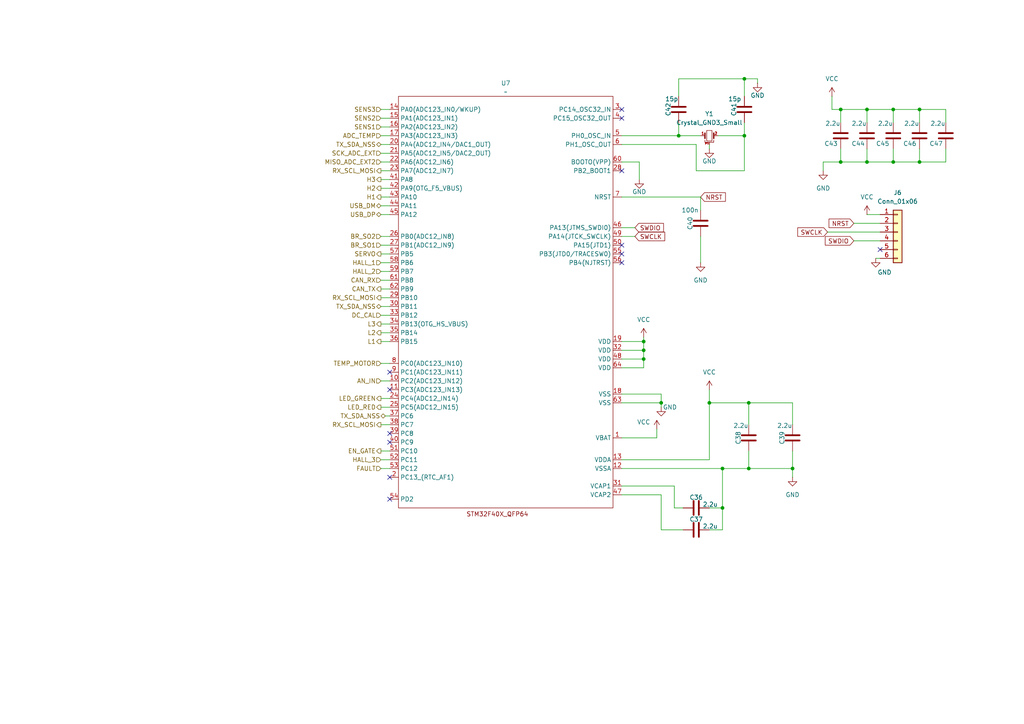
<source format=kicad_sch>
(kicad_sch
	(version 20250114)
	(generator "eeschema")
	(generator_version "9.0")
	(uuid "8b640622-5a36-4f49-87f9-159c9fe01075")
	(paper "A4")
	(lib_symbols
		(symbol "Connector_Generic:Conn_01x06"
			(pin_names
				(offset 1.016)
				(hide yes)
			)
			(exclude_from_sim no)
			(in_bom yes)
			(on_board yes)
			(property "Reference" "J"
				(at 0 7.62 0)
				(effects
					(font
						(size 1.27 1.27)
					)
				)
			)
			(property "Value" "Conn_01x06"
				(at 0 -10.16 0)
				(effects
					(font
						(size 1.27 1.27)
					)
				)
			)
			(property "Footprint" ""
				(at 0 0 0)
				(effects
					(font
						(size 1.27 1.27)
					)
					(hide yes)
				)
			)
			(property "Datasheet" "~"
				(at 0 0 0)
				(effects
					(font
						(size 1.27 1.27)
					)
					(hide yes)
				)
			)
			(property "Description" "Generic connector, single row, 01x06, script generated (kicad-library-utils/schlib/autogen/connector/)"
				(at 0 0 0)
				(effects
					(font
						(size 1.27 1.27)
					)
					(hide yes)
				)
			)
			(property "ki_keywords" "connector"
				(at 0 0 0)
				(effects
					(font
						(size 1.27 1.27)
					)
					(hide yes)
				)
			)
			(property "ki_fp_filters" "Connector*:*_1x??_*"
				(at 0 0 0)
				(effects
					(font
						(size 1.27 1.27)
					)
					(hide yes)
				)
			)
			(symbol "Conn_01x06_1_1"
				(rectangle
					(start -1.27 6.35)
					(end 1.27 -8.89)
					(stroke
						(width 0.254)
						(type default)
					)
					(fill
						(type background)
					)
				)
				(rectangle
					(start -1.27 5.207)
					(end 0 4.953)
					(stroke
						(width 0.1524)
						(type default)
					)
					(fill
						(type none)
					)
				)
				(rectangle
					(start -1.27 2.667)
					(end 0 2.413)
					(stroke
						(width 0.1524)
						(type default)
					)
					(fill
						(type none)
					)
				)
				(rectangle
					(start -1.27 0.127)
					(end 0 -0.127)
					(stroke
						(width 0.1524)
						(type default)
					)
					(fill
						(type none)
					)
				)
				(rectangle
					(start -1.27 -2.413)
					(end 0 -2.667)
					(stroke
						(width 0.1524)
						(type default)
					)
					(fill
						(type none)
					)
				)
				(rectangle
					(start -1.27 -4.953)
					(end 0 -5.207)
					(stroke
						(width 0.1524)
						(type default)
					)
					(fill
						(type none)
					)
				)
				(rectangle
					(start -1.27 -7.493)
					(end 0 -7.747)
					(stroke
						(width 0.1524)
						(type default)
					)
					(fill
						(type none)
					)
				)
				(pin passive line
					(at -5.08 5.08 0)
					(length 3.81)
					(name "Pin_1"
						(effects
							(font
								(size 1.27 1.27)
							)
						)
					)
					(number "1"
						(effects
							(font
								(size 1.27 1.27)
							)
						)
					)
				)
				(pin passive line
					(at -5.08 2.54 0)
					(length 3.81)
					(name "Pin_2"
						(effects
							(font
								(size 1.27 1.27)
							)
						)
					)
					(number "2"
						(effects
							(font
								(size 1.27 1.27)
							)
						)
					)
				)
				(pin passive line
					(at -5.08 0 0)
					(length 3.81)
					(name "Pin_3"
						(effects
							(font
								(size 1.27 1.27)
							)
						)
					)
					(number "3"
						(effects
							(font
								(size 1.27 1.27)
							)
						)
					)
				)
				(pin passive line
					(at -5.08 -2.54 0)
					(length 3.81)
					(name "Pin_4"
						(effects
							(font
								(size 1.27 1.27)
							)
						)
					)
					(number "4"
						(effects
							(font
								(size 1.27 1.27)
							)
						)
					)
				)
				(pin passive line
					(at -5.08 -5.08 0)
					(length 3.81)
					(name "Pin_5"
						(effects
							(font
								(size 1.27 1.27)
							)
						)
					)
					(number "5"
						(effects
							(font
								(size 1.27 1.27)
							)
						)
					)
				)
				(pin passive line
					(at -5.08 -7.62 0)
					(length 3.81)
					(name "Pin_6"
						(effects
							(font
								(size 1.27 1.27)
							)
						)
					)
					(number "6"
						(effects
							(font
								(size 1.27 1.27)
							)
						)
					)
				)
			)
			(embedded_fonts no)
		)
		(symbol "Device:C"
			(pin_numbers
				(hide yes)
			)
			(pin_names
				(offset 0.254)
			)
			(exclude_from_sim no)
			(in_bom yes)
			(on_board yes)
			(property "Reference" "C"
				(at 0.635 2.54 0)
				(effects
					(font
						(size 1.27 1.27)
					)
					(justify left)
				)
			)
			(property "Value" "C"
				(at 0.635 -2.54 0)
				(effects
					(font
						(size 1.27 1.27)
					)
					(justify left)
				)
			)
			(property "Footprint" ""
				(at 0.9652 -3.81 0)
				(effects
					(font
						(size 1.27 1.27)
					)
					(hide yes)
				)
			)
			(property "Datasheet" "~"
				(at 0 0 0)
				(effects
					(font
						(size 1.27 1.27)
					)
					(hide yes)
				)
			)
			(property "Description" "Unpolarized capacitor"
				(at 0 0 0)
				(effects
					(font
						(size 1.27 1.27)
					)
					(hide yes)
				)
			)
			(property "ki_keywords" "cap capacitor"
				(at 0 0 0)
				(effects
					(font
						(size 1.27 1.27)
					)
					(hide yes)
				)
			)
			(property "ki_fp_filters" "C_*"
				(at 0 0 0)
				(effects
					(font
						(size 1.27 1.27)
					)
					(hide yes)
				)
			)
			(symbol "C_0_1"
				(polyline
					(pts
						(xy -2.032 0.762) (xy 2.032 0.762)
					)
					(stroke
						(width 0.508)
						(type default)
					)
					(fill
						(type none)
					)
				)
				(polyline
					(pts
						(xy -2.032 -0.762) (xy 2.032 -0.762)
					)
					(stroke
						(width 0.508)
						(type default)
					)
					(fill
						(type none)
					)
				)
			)
			(symbol "C_1_1"
				(pin passive line
					(at 0 3.81 270)
					(length 2.794)
					(name "~"
						(effects
							(font
								(size 1.27 1.27)
							)
						)
					)
					(number "1"
						(effects
							(font
								(size 1.27 1.27)
							)
						)
					)
				)
				(pin passive line
					(at 0 -3.81 90)
					(length 2.794)
					(name "~"
						(effects
							(font
								(size 1.27 1.27)
							)
						)
					)
					(number "2"
						(effects
							(font
								(size 1.27 1.27)
							)
						)
					)
				)
			)
			(embedded_fonts no)
		)
		(symbol "Device:Crystal_GND3_Small"
			(pin_names
				(offset 1.016)
				(hide yes)
			)
			(exclude_from_sim no)
			(in_bom yes)
			(on_board yes)
			(property "Reference" "Y"
				(at 0 5.08 0)
				(effects
					(font
						(size 1.27 1.27)
					)
				)
			)
			(property "Value" "Crystal_GND3_Small"
				(at 0 3.175 0)
				(effects
					(font
						(size 1.27 1.27)
					)
				)
			)
			(property "Footprint" ""
				(at 0 0 0)
				(effects
					(font
						(size 1.27 1.27)
					)
					(hide yes)
				)
			)
			(property "Datasheet" "~"
				(at 0 0 0)
				(effects
					(font
						(size 1.27 1.27)
					)
					(hide yes)
				)
			)
			(property "Description" "Three pin crystal, GND on pin 3, small symbol"
				(at 0 0 0)
				(effects
					(font
						(size 1.27 1.27)
					)
					(hide yes)
				)
			)
			(property "ki_keywords" "quartz ceramic resonator oscillator"
				(at 0 0 0)
				(effects
					(font
						(size 1.27 1.27)
					)
					(hide yes)
				)
			)
			(property "ki_fp_filters" "Crystal*"
				(at 0 0 0)
				(effects
					(font
						(size 1.27 1.27)
					)
					(hide yes)
				)
			)
			(symbol "Crystal_GND3_Small_0_1"
				(polyline
					(pts
						(xy -1.27 -0.762) (xy -1.27 0.762)
					)
					(stroke
						(width 0.381)
						(type default)
					)
					(fill
						(type none)
					)
				)
				(polyline
					(pts
						(xy -1.27 -1.27) (xy -1.27 -1.905) (xy 1.27 -1.905) (xy 1.27 -1.27)
					)
					(stroke
						(width 0)
						(type default)
					)
					(fill
						(type none)
					)
				)
				(rectangle
					(start -0.762 -1.524)
					(end 0.762 1.524)
					(stroke
						(width 0)
						(type default)
					)
					(fill
						(type none)
					)
				)
				(polyline
					(pts
						(xy 1.27 -0.762) (xy 1.27 0.762)
					)
					(stroke
						(width 0.381)
						(type default)
					)
					(fill
						(type none)
					)
				)
			)
			(symbol "Crystal_GND3_Small_1_1"
				(pin passive line
					(at -2.54 0 0)
					(length 1.27)
					(name "1"
						(effects
							(font
								(size 1.27 1.27)
							)
						)
					)
					(number "1"
						(effects
							(font
								(size 0.762 0.762)
							)
						)
					)
				)
				(pin passive line
					(at 0 -2.54 90)
					(length 0.635)
					(name "3"
						(effects
							(font
								(size 1.27 1.27)
							)
						)
					)
					(number "3"
						(effects
							(font
								(size 0.762 0.762)
							)
						)
					)
				)
				(pin passive line
					(at 2.54 0 180)
					(length 1.27)
					(name "2"
						(effects
							(font
								(size 1.27 1.27)
							)
						)
					)
					(number "2"
						(effects
							(font
								(size 0.762 0.762)
							)
						)
					)
				)
			)
			(embedded_fonts no)
		)
		(symbol "New_Library:STM32F40X_LQFP64"
			(exclude_from_sim no)
			(in_bom yes)
			(on_board yes)
			(property "Reference" "U7"
				(at 0.635 63.5 0)
				(effects
					(font
						(size 1.27 1.27)
					)
				)
			)
			(property "Value" "~"
				(at 0.635 60.96 0)
				(effects
					(font
						(size 1.27 1.27)
					)
				)
			)
			(property "Footprint" ""
				(at 0 0 0)
				(effects
					(font
						(size 1.27 1.27)
					)
					(hide yes)
				)
			)
			(property "Datasheet" ""
				(at 0 0 0)
				(effects
					(font
						(size 1.27 1.27)
					)
					(hide yes)
				)
			)
			(property "Description" ""
				(at 0 0 0)
				(effects
					(font
						(size 1.27 1.27)
					)
					(hide yes)
				)
			)
			(symbol "STM32F40X_LQFP64_0_1"
				(rectangle
					(start -30.48 59.69)
					(end 31.75 -59.69)
					(stroke
						(width 0)
						(type default)
					)
					(fill
						(type none)
					)
				)
			)
			(symbol "STM32F40X_LQFP64_1_1"
				(text "STM32F40X_QFP64\n"
					(at -1.778 -61.468 0)
					(effects
						(font
							(size 1.27 1.27)
						)
					)
				)
				(pin input line
					(at -33.02 55.88 0)
					(length 2.54)
					(name "PA0(ADC123_IN0/WKUP)"
						(effects
							(font
								(size 1.27 1.27)
							)
						)
					)
					(number "14"
						(effects
							(font
								(size 1.27 1.27)
							)
						)
					)
				)
				(pin input line
					(at -33.02 53.34 0)
					(length 2.54)
					(name "PA1(ADC123_IN1)"
						(effects
							(font
								(size 1.27 1.27)
							)
						)
					)
					(number "15"
						(effects
							(font
								(size 1.27 1.27)
							)
						)
					)
				)
				(pin input line
					(at -33.02 50.8 0)
					(length 2.54)
					(name "PA2(ADC123_IN2)"
						(effects
							(font
								(size 1.27 1.27)
							)
						)
					)
					(number "16"
						(effects
							(font
								(size 1.27 1.27)
							)
						)
					)
				)
				(pin input line
					(at -33.02 48.26 0)
					(length 2.54)
					(name "PA3(ADC123_IN3)"
						(effects
							(font
								(size 1.27 1.27)
							)
						)
					)
					(number "17"
						(effects
							(font
								(size 1.27 1.27)
							)
						)
					)
				)
				(pin input line
					(at -33.02 45.72 0)
					(length 2.54)
					(name "PA4(ADC12_IN4/DAC1_OUT)"
						(effects
							(font
								(size 1.27 1.27)
							)
						)
					)
					(number "20"
						(effects
							(font
								(size 1.27 1.27)
							)
						)
					)
				)
				(pin input line
					(at -33.02 43.18 0)
					(length 2.54)
					(name "PA5(ADC12_IN5/DAC2_OUT)"
						(effects
							(font
								(size 1.27 1.27)
							)
						)
					)
					(number "21"
						(effects
							(font
								(size 1.27 1.27)
							)
						)
					)
				)
				(pin input line
					(at -33.02 40.64 0)
					(length 2.54)
					(name "PA6(ADC12_IN6)"
						(effects
							(font
								(size 1.27 1.27)
							)
						)
					)
					(number "22"
						(effects
							(font
								(size 1.27 1.27)
							)
						)
					)
				)
				(pin input line
					(at -33.02 38.1 0)
					(length 2.54)
					(name "PA7(ADC12_IN7)"
						(effects
							(font
								(size 1.27 1.27)
							)
						)
					)
					(number "23"
						(effects
							(font
								(size 1.27 1.27)
							)
						)
					)
				)
				(pin input line
					(at -33.02 35.56 0)
					(length 2.54)
					(name "PA8"
						(effects
							(font
								(size 1.27 1.27)
							)
						)
					)
					(number "41"
						(effects
							(font
								(size 1.27 1.27)
							)
						)
					)
				)
				(pin input line
					(at -33.02 33.02 0)
					(length 2.54)
					(name "PA9(OTG_F5_VBUS)"
						(effects
							(font
								(size 1.27 1.27)
							)
						)
					)
					(number "42"
						(effects
							(font
								(size 1.27 1.27)
							)
						)
					)
				)
				(pin input line
					(at -33.02 30.48 0)
					(length 2.54)
					(name "PA10"
						(effects
							(font
								(size 1.27 1.27)
							)
						)
					)
					(number "43"
						(effects
							(font
								(size 1.27 1.27)
							)
						)
					)
				)
				(pin input line
					(at -33.02 27.94 0)
					(length 2.54)
					(name "PA11"
						(effects
							(font
								(size 1.27 1.27)
							)
						)
					)
					(number "44"
						(effects
							(font
								(size 1.27 1.27)
							)
						)
					)
				)
				(pin input line
					(at -33.02 25.4 0)
					(length 2.54)
					(name "PA12"
						(effects
							(font
								(size 1.27 1.27)
							)
						)
					)
					(number "45"
						(effects
							(font
								(size 1.27 1.27)
							)
						)
					)
				)
				(pin input line
					(at -33.02 19.05 0)
					(length 2.54)
					(name "PB0(ADC12_IN8)"
						(effects
							(font
								(size 1.27 1.27)
							)
						)
					)
					(number "26"
						(effects
							(font
								(size 1.27 1.27)
							)
						)
					)
				)
				(pin input line
					(at -33.02 16.51 0)
					(length 2.54)
					(name "PB1(ADC12_IN9)"
						(effects
							(font
								(size 1.27 1.27)
							)
						)
					)
					(number "27"
						(effects
							(font
								(size 1.27 1.27)
							)
						)
					)
				)
				(pin input line
					(at -33.02 13.97 0)
					(length 2.54)
					(name "PB5"
						(effects
							(font
								(size 1.27 1.27)
							)
						)
					)
					(number "57"
						(effects
							(font
								(size 1.27 1.27)
							)
						)
					)
				)
				(pin input line
					(at -33.02 11.43 0)
					(length 2.54)
					(name "PB6"
						(effects
							(font
								(size 1.27 1.27)
							)
						)
					)
					(number "58"
						(effects
							(font
								(size 1.27 1.27)
							)
						)
					)
				)
				(pin input line
					(at -33.02 8.89 0)
					(length 2.54)
					(name "PB7"
						(effects
							(font
								(size 1.27 1.27)
							)
						)
					)
					(number "59"
						(effects
							(font
								(size 1.27 1.27)
							)
						)
					)
				)
				(pin input line
					(at -33.02 6.35 0)
					(length 2.54)
					(name "PB8"
						(effects
							(font
								(size 1.27 1.27)
							)
						)
					)
					(number "61"
						(effects
							(font
								(size 1.27 1.27)
							)
						)
					)
				)
				(pin input line
					(at -33.02 3.81 0)
					(length 2.54)
					(name "PB9"
						(effects
							(font
								(size 1.27 1.27)
							)
						)
					)
					(number "62"
						(effects
							(font
								(size 1.27 1.27)
							)
						)
					)
				)
				(pin input line
					(at -33.02 1.27 0)
					(length 2.54)
					(name "PB10"
						(effects
							(font
								(size 1.27 1.27)
							)
						)
					)
					(number "29"
						(effects
							(font
								(size 1.27 1.27)
							)
						)
					)
				)
				(pin input line
					(at -33.02 -1.27 0)
					(length 2.54)
					(name "PB11"
						(effects
							(font
								(size 1.27 1.27)
							)
						)
					)
					(number "30"
						(effects
							(font
								(size 1.27 1.27)
							)
						)
					)
				)
				(pin input line
					(at -33.02 -3.81 0)
					(length 2.54)
					(name "PB12"
						(effects
							(font
								(size 1.27 1.27)
							)
						)
					)
					(number "33"
						(effects
							(font
								(size 1.27 1.27)
							)
						)
					)
				)
				(pin input line
					(at -33.02 -6.35 0)
					(length 2.54)
					(name "PB13(OTG_HS_VBUS)"
						(effects
							(font
								(size 1.27 1.27)
							)
						)
					)
					(number "34"
						(effects
							(font
								(size 1.27 1.27)
							)
						)
					)
				)
				(pin input line
					(at -33.02 -8.89 0)
					(length 2.54)
					(name "PB14"
						(effects
							(font
								(size 1.27 1.27)
							)
						)
					)
					(number "35"
						(effects
							(font
								(size 1.27 1.27)
							)
						)
					)
				)
				(pin input line
					(at -33.02 -11.43 0)
					(length 2.54)
					(name "PB15"
						(effects
							(font
								(size 1.27 1.27)
							)
						)
					)
					(number "36"
						(effects
							(font
								(size 1.27 1.27)
							)
						)
					)
				)
				(pin input line
					(at -33.02 -17.78 0)
					(length 2.54)
					(name "PC0(ADC123_IN10)"
						(effects
							(font
								(size 1.27 1.27)
							)
						)
					)
					(number "8"
						(effects
							(font
								(size 1.27 1.27)
							)
						)
					)
				)
				(pin input line
					(at -33.02 -20.32 0)
					(length 2.54)
					(name "PC1(ADC123_IN11)"
						(effects
							(font
								(size 1.27 1.27)
							)
						)
					)
					(number "9"
						(effects
							(font
								(size 1.27 1.27)
							)
						)
					)
				)
				(pin input line
					(at -33.02 -22.86 0)
					(length 2.54)
					(name "PC2(ADC123_IN12)"
						(effects
							(font
								(size 1.27 1.27)
							)
						)
					)
					(number "10"
						(effects
							(font
								(size 1.27 1.27)
							)
						)
					)
				)
				(pin input line
					(at -33.02 -25.4 0)
					(length 2.54)
					(name "PC3(ADC123_IN13)"
						(effects
							(font
								(size 1.27 1.27)
							)
						)
					)
					(number "11"
						(effects
							(font
								(size 1.27 1.27)
							)
						)
					)
				)
				(pin input line
					(at -33.02 -27.94 0)
					(length 2.54)
					(name "PC4(ADC12_IN14)"
						(effects
							(font
								(size 1.27 1.27)
							)
						)
					)
					(number "24"
						(effects
							(font
								(size 1.27 1.27)
							)
						)
					)
				)
				(pin input line
					(at -33.02 -30.48 0)
					(length 2.54)
					(name "PC5(ADC12_IN15)"
						(effects
							(font
								(size 1.27 1.27)
							)
						)
					)
					(number "25"
						(effects
							(font
								(size 1.27 1.27)
							)
						)
					)
				)
				(pin input line
					(at -33.02 -33.02 0)
					(length 2.54)
					(name "PC6"
						(effects
							(font
								(size 1.27 1.27)
							)
						)
					)
					(number "37"
						(effects
							(font
								(size 1.27 1.27)
							)
						)
					)
				)
				(pin input line
					(at -33.02 -35.56 0)
					(length 2.54)
					(name "PC7"
						(effects
							(font
								(size 1.27 1.27)
							)
						)
					)
					(number "38"
						(effects
							(font
								(size 1.27 1.27)
							)
						)
					)
				)
				(pin input line
					(at -33.02 -38.1 0)
					(length 2.54)
					(name "PC8"
						(effects
							(font
								(size 1.27 1.27)
							)
						)
					)
					(number "39"
						(effects
							(font
								(size 1.27 1.27)
							)
						)
					)
				)
				(pin input line
					(at -33.02 -40.64 0)
					(length 2.54)
					(name "PC9"
						(effects
							(font
								(size 1.27 1.27)
							)
						)
					)
					(number "40"
						(effects
							(font
								(size 1.27 1.27)
							)
						)
					)
				)
				(pin input line
					(at -33.02 -43.18 0)
					(length 2.54)
					(name "PC10"
						(effects
							(font
								(size 1.27 1.27)
							)
						)
					)
					(number "51"
						(effects
							(font
								(size 1.27 1.27)
							)
						)
					)
				)
				(pin input line
					(at -33.02 -45.72 0)
					(length 2.54)
					(name "PC11"
						(effects
							(font
								(size 1.27 1.27)
							)
						)
					)
					(number "52"
						(effects
							(font
								(size 1.27 1.27)
							)
						)
					)
				)
				(pin input line
					(at -33.02 -48.26 0)
					(length 2.54)
					(name "PC12"
						(effects
							(font
								(size 1.27 1.27)
							)
						)
					)
					(number "53"
						(effects
							(font
								(size 1.27 1.27)
							)
						)
					)
				)
				(pin input line
					(at -33.02 -50.8 0)
					(length 2.54)
					(name "PC13_(RTC_AF1)"
						(effects
							(font
								(size 1.27 1.27)
							)
						)
					)
					(number "2"
						(effects
							(font
								(size 1.27 1.27)
							)
						)
					)
				)
				(pin input line
					(at -33.02 -57.15 0)
					(length 2.54)
					(name "PD2"
						(effects
							(font
								(size 1.27 1.27)
							)
						)
					)
					(number "54"
						(effects
							(font
								(size 1.27 1.27)
							)
						)
					)
				)
				(pin input line
					(at 34.29 55.88 180)
					(length 2.54)
					(name "PC14_OSC32_IN"
						(effects
							(font
								(size 1.27 1.27)
							)
						)
					)
					(number "3"
						(effects
							(font
								(size 1.27 1.27)
							)
						)
					)
				)
				(pin input line
					(at 34.29 53.34 180)
					(length 2.54)
					(name "PC15_OSC32_OUT"
						(effects
							(font
								(size 1.27 1.27)
							)
						)
					)
					(number "4"
						(effects
							(font
								(size 1.27 1.27)
							)
						)
					)
				)
				(pin input line
					(at 34.29 48.26 180)
					(length 2.54)
					(name "PH0_OSC_IN"
						(effects
							(font
								(size 1.27 1.27)
							)
						)
					)
					(number "5"
						(effects
							(font
								(size 1.27 1.27)
							)
						)
					)
				)
				(pin input line
					(at 34.29 45.72 180)
					(length 2.54)
					(name "PH1_OSC_OUT"
						(effects
							(font
								(size 1.27 1.27)
							)
						)
					)
					(number "6"
						(effects
							(font
								(size 1.27 1.27)
							)
						)
					)
				)
				(pin input line
					(at 34.29 40.64 180)
					(length 2.54)
					(name "BOOTO(VPP)"
						(effects
							(font
								(size 1.27 1.27)
							)
						)
					)
					(number "60"
						(effects
							(font
								(size 1.27 1.27)
							)
						)
					)
				)
				(pin input line
					(at 34.29 38.1 180)
					(length 2.54)
					(name "PB2_BOOT1"
						(effects
							(font
								(size 1.27 1.27)
							)
						)
					)
					(number "28"
						(effects
							(font
								(size 1.27 1.27)
							)
						)
					)
				)
				(pin input line
					(at 34.29 30.48 180)
					(length 2.54)
					(name "NRST"
						(effects
							(font
								(size 1.27 1.27)
							)
						)
					)
					(number "7"
						(effects
							(font
								(size 1.27 1.27)
							)
						)
					)
				)
				(pin input line
					(at 34.29 21.59 180)
					(length 2.54)
					(name "PA13(JTMS_SWDI0)"
						(effects
							(font
								(size 1.27 1.27)
							)
						)
					)
					(number "46"
						(effects
							(font
								(size 1.27 1.27)
							)
						)
					)
				)
				(pin input line
					(at 34.29 19.05 180)
					(length 2.54)
					(name "PA14(JTCK_SWCLK)"
						(effects
							(font
								(size 1.27 1.27)
							)
						)
					)
					(number "49"
						(effects
							(font
								(size 1.27 1.27)
							)
						)
					)
				)
				(pin input line
					(at 34.29 16.51 180)
					(length 2.54)
					(name "PA15(JTD1)"
						(effects
							(font
								(size 1.27 1.27)
							)
						)
					)
					(number "50"
						(effects
							(font
								(size 1.27 1.27)
							)
						)
					)
				)
				(pin input line
					(at 34.29 13.97 180)
					(length 2.54)
					(name "PB3(JTD0/TRACESW0)"
						(effects
							(font
								(size 1.27 1.27)
							)
						)
					)
					(number "55"
						(effects
							(font
								(size 1.27 1.27)
							)
						)
					)
				)
				(pin input line
					(at 34.29 11.43 180)
					(length 2.54)
					(name "PB4(NJTRST)"
						(effects
							(font
								(size 1.27 1.27)
							)
						)
					)
					(number "56"
						(effects
							(font
								(size 1.27 1.27)
							)
						)
					)
				)
				(pin input line
					(at 34.29 -11.43 180)
					(length 2.54)
					(name "VDD"
						(effects
							(font
								(size 1.27 1.27)
							)
						)
					)
					(number "19"
						(effects
							(font
								(size 1.27 1.27)
							)
						)
					)
				)
				(pin input line
					(at 34.29 -13.97 180)
					(length 2.54)
					(name "VDD"
						(effects
							(font
								(size 1.27 1.27)
							)
						)
					)
					(number "32"
						(effects
							(font
								(size 1.27 1.27)
							)
						)
					)
				)
				(pin input line
					(at 34.29 -16.51 180)
					(length 2.54)
					(name "VDD"
						(effects
							(font
								(size 1.27 1.27)
							)
						)
					)
					(number "48"
						(effects
							(font
								(size 1.27 1.27)
							)
						)
					)
				)
				(pin input line
					(at 34.29 -19.05 180)
					(length 2.54)
					(name "VDD"
						(effects
							(font
								(size 1.27 1.27)
							)
						)
					)
					(number "64"
						(effects
							(font
								(size 1.27 1.27)
							)
						)
					)
				)
				(pin input line
					(at 34.29 -26.67 180)
					(length 2.54)
					(name "VSS"
						(effects
							(font
								(size 1.27 1.27)
							)
						)
					)
					(number "18"
						(effects
							(font
								(size 1.27 1.27)
							)
						)
					)
				)
				(pin input line
					(at 34.29 -29.21 180)
					(length 2.54)
					(name "VSS"
						(effects
							(font
								(size 1.27 1.27)
							)
						)
					)
					(number "63"
						(effects
							(font
								(size 1.27 1.27)
							)
						)
					)
				)
				(pin input line
					(at 34.29 -39.37 180)
					(length 2.54)
					(name "VBAT"
						(effects
							(font
								(size 1.27 1.27)
							)
						)
					)
					(number "1"
						(effects
							(font
								(size 1.27 1.27)
							)
						)
					)
				)
				(pin input line
					(at 34.29 -45.72 180)
					(length 2.54)
					(name "VDDA"
						(effects
							(font
								(size 1.27 1.27)
							)
						)
					)
					(number "13"
						(effects
							(font
								(size 1.27 1.27)
							)
						)
					)
				)
				(pin input line
					(at 34.29 -48.26 180)
					(length 2.54)
					(name "VSSA"
						(effects
							(font
								(size 1.27 1.27)
							)
						)
					)
					(number "12"
						(effects
							(font
								(size 1.27 1.27)
							)
						)
					)
				)
				(pin input line
					(at 34.29 -53.34 180)
					(length 2.54)
					(name "VCAP1"
						(effects
							(font
								(size 1.27 1.27)
							)
						)
					)
					(number "31"
						(effects
							(font
								(size 1.27 1.27)
							)
						)
					)
				)
				(pin input line
					(at 34.29 -55.88 180)
					(length 2.54)
					(name "VCAP2"
						(effects
							(font
								(size 1.27 1.27)
							)
						)
					)
					(number "47"
						(effects
							(font
								(size 1.27 1.27)
							)
						)
					)
				)
			)
			(embedded_fonts no)
		)
		(symbol "power:GND"
			(power)
			(pin_numbers
				(hide yes)
			)
			(pin_names
				(offset 0)
				(hide yes)
			)
			(exclude_from_sim no)
			(in_bom yes)
			(on_board yes)
			(property "Reference" "#PWR"
				(at 0 -6.35 0)
				(effects
					(font
						(size 1.27 1.27)
					)
					(hide yes)
				)
			)
			(property "Value" "GND"
				(at 0 -3.81 0)
				(effects
					(font
						(size 1.27 1.27)
					)
				)
			)
			(property "Footprint" ""
				(at 0 0 0)
				(effects
					(font
						(size 1.27 1.27)
					)
					(hide yes)
				)
			)
			(property "Datasheet" ""
				(at 0 0 0)
				(effects
					(font
						(size 1.27 1.27)
					)
					(hide yes)
				)
			)
			(property "Description" "Power symbol creates a global label with name \"GND\" , ground"
				(at 0 0 0)
				(effects
					(font
						(size 1.27 1.27)
					)
					(hide yes)
				)
			)
			(property "ki_keywords" "global power"
				(at 0 0 0)
				(effects
					(font
						(size 1.27 1.27)
					)
					(hide yes)
				)
			)
			(symbol "GND_0_1"
				(polyline
					(pts
						(xy 0 0) (xy 0 -1.27) (xy 1.27 -1.27) (xy 0 -2.54) (xy -1.27 -1.27) (xy 0 -1.27)
					)
					(stroke
						(width 0)
						(type default)
					)
					(fill
						(type none)
					)
				)
			)
			(symbol "GND_1_1"
				(pin power_in line
					(at 0 0 270)
					(length 0)
					(name "~"
						(effects
							(font
								(size 1.27 1.27)
							)
						)
					)
					(number "1"
						(effects
							(font
								(size 1.27 1.27)
							)
						)
					)
				)
			)
			(embedded_fonts no)
		)
		(symbol "power:VCC"
			(power)
			(pin_numbers
				(hide yes)
			)
			(pin_names
				(offset 0)
				(hide yes)
			)
			(exclude_from_sim no)
			(in_bom yes)
			(on_board yes)
			(property "Reference" "#PWR"
				(at 0 -3.81 0)
				(effects
					(font
						(size 1.27 1.27)
					)
					(hide yes)
				)
			)
			(property "Value" "VCC"
				(at 0 3.556 0)
				(effects
					(font
						(size 1.27 1.27)
					)
				)
			)
			(property "Footprint" ""
				(at 0 0 0)
				(effects
					(font
						(size 1.27 1.27)
					)
					(hide yes)
				)
			)
			(property "Datasheet" ""
				(at 0 0 0)
				(effects
					(font
						(size 1.27 1.27)
					)
					(hide yes)
				)
			)
			(property "Description" "Power symbol creates a global label with name \"VCC\""
				(at 0 0 0)
				(effects
					(font
						(size 1.27 1.27)
					)
					(hide yes)
				)
			)
			(property "ki_keywords" "global power"
				(at 0 0 0)
				(effects
					(font
						(size 1.27 1.27)
					)
					(hide yes)
				)
			)
			(symbol "VCC_0_1"
				(polyline
					(pts
						(xy -0.762 1.27) (xy 0 2.54)
					)
					(stroke
						(width 0)
						(type default)
					)
					(fill
						(type none)
					)
				)
				(polyline
					(pts
						(xy 0 2.54) (xy 0.762 1.27)
					)
					(stroke
						(width 0)
						(type default)
					)
					(fill
						(type none)
					)
				)
				(polyline
					(pts
						(xy 0 0) (xy 0 2.54)
					)
					(stroke
						(width 0)
						(type default)
					)
					(fill
						(type none)
					)
				)
			)
			(symbol "VCC_1_1"
				(pin power_in line
					(at 0 0 90)
					(length 0)
					(name "~"
						(effects
							(font
								(size 1.27 1.27)
							)
						)
					)
					(number "1"
						(effects
							(font
								(size 1.27 1.27)
							)
						)
					)
				)
			)
			(embedded_fonts no)
		)
	)
	(junction
		(at 217.17 116.84)
		(diameter 0)
		(color 0 0 0 0)
		(uuid "02f9e06a-a3ce-42db-bcd8-406b443dd808")
	)
	(junction
		(at 229.87 135.89)
		(diameter 0)
		(color 0 0 0 0)
		(uuid "09530fc7-5c02-49be-965e-e57a75c6f14d")
	)
	(junction
		(at 215.9 22.86)
		(diameter 0)
		(color 0 0 0 0)
		(uuid "1f567a58-eb04-436a-b800-6782286bf080")
	)
	(junction
		(at 251.46 46.99)
		(diameter 0)
		(color 0 0 0 0)
		(uuid "21bf87bc-bac6-481d-b51f-31d156b24511")
	)
	(junction
		(at 243.84 31.75)
		(diameter 0)
		(color 0 0 0 0)
		(uuid "2c9383a3-4bf8-42bd-adb5-a3641590e5d6")
	)
	(junction
		(at 259.08 46.99)
		(diameter 0)
		(color 0 0 0 0)
		(uuid "3d924b97-056c-4492-9237-74711d6bd823")
	)
	(junction
		(at 266.7 46.99)
		(diameter 0)
		(color 0 0 0 0)
		(uuid "4dbe8958-28c5-4528-bf3c-ef225883f1fd")
	)
	(junction
		(at 215.9 39.37)
		(diameter 0)
		(color 0 0 0 0)
		(uuid "60b200b1-e38b-4698-a23c-f4c6ac8da9de")
	)
	(junction
		(at 186.69 99.06)
		(diameter 0)
		(color 0 0 0 0)
		(uuid "61499557-cde3-42a0-bedd-4bdeb52cef26")
	)
	(junction
		(at 217.17 135.89)
		(diameter 0)
		(color 0 0 0 0)
		(uuid "6d3448b8-a219-42f9-9065-f5374980673e")
	)
	(junction
		(at 259.08 31.75)
		(diameter 0)
		(color 0 0 0 0)
		(uuid "708c1556-de28-42a6-8fc6-c2c015274282")
	)
	(junction
		(at 191.77 116.84)
		(diameter 0)
		(color 0 0 0 0)
		(uuid "808139ec-b061-4be5-b449-e58fdfdd57b2")
	)
	(junction
		(at 251.46 31.75)
		(diameter 0)
		(color 0 0 0 0)
		(uuid "8ff8270e-c312-45a7-ae6c-92695f0e1240")
	)
	(junction
		(at 266.7 31.75)
		(diameter 0)
		(color 0 0 0 0)
		(uuid "9daee175-5167-4ba9-9a08-64ea5d1ffbea")
	)
	(junction
		(at 205.74 116.84)
		(diameter 0)
		(color 0 0 0 0)
		(uuid "a63c0f6d-b058-4e6e-bedf-b6dbe98817cc")
	)
	(junction
		(at 196.85 39.37)
		(diameter 0)
		(color 0 0 0 0)
		(uuid "af8739ca-b792-4649-8699-35f9ef689970")
	)
	(junction
		(at 209.55 135.89)
		(diameter 0)
		(color 0 0 0 0)
		(uuid "b80c8188-5189-472d-8ffb-208648e329cb")
	)
	(junction
		(at 186.69 104.14)
		(diameter 0)
		(color 0 0 0 0)
		(uuid "ba145134-5cdd-49ea-88af-b112c0c82e43")
	)
	(junction
		(at 186.69 101.6)
		(diameter 0)
		(color 0 0 0 0)
		(uuid "c12ccb6d-044f-4e3b-be84-b7c95f10655a")
	)
	(junction
		(at 209.55 147.32)
		(diameter 0)
		(color 0 0 0 0)
		(uuid "ddd9d47b-101c-4ba6-8eb1-a44ec7bf2fb7")
	)
	(junction
		(at 243.84 46.99)
		(diameter 0)
		(color 0 0 0 0)
		(uuid "fced0763-8d4c-4a29-846c-5c00f2c30d90")
	)
	(no_connect
		(at 113.03 138.43)
		(uuid "0bf2e3d2-b6d5-4233-b996-2e662f35b24e")
	)
	(no_connect
		(at 180.34 49.53)
		(uuid "2b876cf6-eb81-469f-8ce8-8e93b118f4ff")
	)
	(no_connect
		(at 255.27 72.39)
		(uuid "41d9af2e-e809-4d75-9f1a-29aaa37859c4")
	)
	(no_connect
		(at 113.03 125.73)
		(uuid "494219ce-fa00-4e7c-b740-e83a46ca8de9")
	)
	(no_connect
		(at 180.34 31.75)
		(uuid "57608a1d-c529-4272-9d71-b869499c610a")
	)
	(no_connect
		(at 180.34 71.12)
		(uuid "61237826-8e07-4f8d-9ea3-450766375dcb")
	)
	(no_connect
		(at 180.34 34.29)
		(uuid "8b287e75-55d4-456f-8e56-f2c70c116608")
	)
	(no_connect
		(at 113.03 128.27)
		(uuid "aea8ec66-0042-4dde-8f3f-39fe69b0c984")
	)
	(no_connect
		(at 113.03 144.78)
		(uuid "c6e16e87-2631-4d52-b971-fbe7f349ba62")
	)
	(no_connect
		(at 180.34 73.66)
		(uuid "d6af2119-f030-4182-b849-061c2bb94f7d")
	)
	(no_connect
		(at 180.34 76.2)
		(uuid "ea22fe29-33ad-4703-83a9-1f74a12d0204")
	)
	(no_connect
		(at 113.03 107.95)
		(uuid "f1c01834-36aa-4319-befb-fe6fc6fb94c2")
	)
	(no_connect
		(at 113.03 113.03)
		(uuid "fe2a1c4a-1226-463c-8e91-4f07f8ad3003")
	)
	(wire
		(pts
			(xy 190.5 127) (xy 180.34 127)
		)
		(stroke
			(width 0)
			(type default)
		)
		(uuid "00ed291d-a86b-4c84-adfc-472e2eed26b8")
	)
	(wire
		(pts
			(xy 110.49 44.45) (xy 113.03 44.45)
		)
		(stroke
			(width 0)
			(type default)
		)
		(uuid "047a5914-0666-447c-9f51-66ecae4a0e81")
	)
	(wire
		(pts
			(xy 180.34 41.91) (xy 201.93 41.91)
		)
		(stroke
			(width 0)
			(type default)
		)
		(uuid "0a265cec-761d-4b4f-9c9c-f1fa50f13276")
	)
	(wire
		(pts
			(xy 259.08 43.18) (xy 259.08 46.99)
		)
		(stroke
			(width 0)
			(type default)
		)
		(uuid "0cede2da-843f-4559-a80b-d0596eeba234")
	)
	(wire
		(pts
			(xy 180.34 143.51) (xy 191.77 143.51)
		)
		(stroke
			(width 0)
			(type default)
		)
		(uuid "0ef11738-7343-47d3-8fcf-f98e1c46de25")
	)
	(wire
		(pts
			(xy 247.65 64.77) (xy 255.27 64.77)
		)
		(stroke
			(width 0)
			(type default)
		)
		(uuid "0f0e5075-b902-44bc-811d-87429f5c5be7")
	)
	(wire
		(pts
			(xy 180.34 46.99) (xy 185.42 46.99)
		)
		(stroke
			(width 0)
			(type default)
		)
		(uuid "0f7eb2e9-89e5-4dd6-9901-0b3c4f397b9e")
	)
	(wire
		(pts
			(xy 251.46 62.23) (xy 255.27 62.23)
		)
		(stroke
			(width 0)
			(type default)
		)
		(uuid "108561e4-72fa-4297-b7a6-c6a189fbabf2")
	)
	(wire
		(pts
			(xy 241.3 27.94) (xy 241.3 31.75)
		)
		(stroke
			(width 0)
			(type default)
		)
		(uuid "111300aa-56ae-4fc2-a01b-a5d13ffa66e8")
	)
	(wire
		(pts
			(xy 110.49 71.12) (xy 113.03 71.12)
		)
		(stroke
			(width 0)
			(type default)
		)
		(uuid "133de750-0992-4930-9374-98c3300890c2")
	)
	(wire
		(pts
			(xy 266.7 31.75) (xy 274.32 31.75)
		)
		(stroke
			(width 0)
			(type default)
		)
		(uuid "156e0dfc-363f-4112-a22a-7059b5c91d8b")
	)
	(wire
		(pts
			(xy 191.77 153.67) (xy 198.12 153.67)
		)
		(stroke
			(width 0)
			(type default)
		)
		(uuid "1836f04c-f98f-47bf-8d07-2c40914410b4")
	)
	(wire
		(pts
			(xy 180.34 116.84) (xy 191.77 116.84)
		)
		(stroke
			(width 0)
			(type default)
		)
		(uuid "1cd4f8d2-9038-4e81-93ce-49bc343eb99d")
	)
	(wire
		(pts
			(xy 217.17 116.84) (xy 205.74 116.84)
		)
		(stroke
			(width 0)
			(type default)
		)
		(uuid "203eeb02-a962-46c6-ba52-a2fa35fe60a6")
	)
	(wire
		(pts
			(xy 186.69 106.68) (xy 186.69 104.14)
		)
		(stroke
			(width 0)
			(type default)
		)
		(uuid "22b073a4-2ee9-4330-8d57-7afcfe299a7c")
	)
	(wire
		(pts
			(xy 203.2 76.2) (xy 203.2 68.58)
		)
		(stroke
			(width 0)
			(type default)
		)
		(uuid "236e6487-e57e-49b4-8086-b1b4e5310298")
	)
	(wire
		(pts
			(xy 110.49 49.53) (xy 113.03 49.53)
		)
		(stroke
			(width 0)
			(type default)
		)
		(uuid "241987d4-e5c0-4e74-9c55-c0e78dc39112")
	)
	(wire
		(pts
			(xy 110.49 34.29) (xy 113.03 34.29)
		)
		(stroke
			(width 0)
			(type default)
		)
		(uuid "24947d18-96d4-41d5-8035-cc116519a2cf")
	)
	(wire
		(pts
			(xy 180.34 39.37) (xy 196.85 39.37)
		)
		(stroke
			(width 0)
			(type default)
		)
		(uuid "24ea9215-8dca-49f4-94d5-f903c6436425")
	)
	(wire
		(pts
			(xy 110.49 78.74) (xy 113.03 78.74)
		)
		(stroke
			(width 0)
			(type default)
		)
		(uuid "2596e365-2704-4346-baa6-54a80773c102")
	)
	(wire
		(pts
			(xy 110.49 96.52) (xy 113.03 96.52)
		)
		(stroke
			(width 0)
			(type default)
		)
		(uuid "25bacda3-587c-4e70-9d29-332bead15323")
	)
	(wire
		(pts
			(xy 195.58 140.97) (xy 195.58 147.32)
		)
		(stroke
			(width 0)
			(type default)
		)
		(uuid "266d3692-7703-44fe-921b-fb0e3f53ae88")
	)
	(wire
		(pts
			(xy 266.7 35.56) (xy 266.7 31.75)
		)
		(stroke
			(width 0)
			(type default)
		)
		(uuid "28a97c83-f42a-44ba-841b-8b1ad3ea6270")
	)
	(wire
		(pts
			(xy 191.77 143.51) (xy 191.77 153.67)
		)
		(stroke
			(width 0)
			(type default)
		)
		(uuid "2a911127-2092-47ba-855f-6c3ba047e15a")
	)
	(wire
		(pts
			(xy 205.74 147.32) (xy 209.55 147.32)
		)
		(stroke
			(width 0)
			(type default)
		)
		(uuid "2ab065cf-b44b-4a50-add6-be4a8e78ab88")
	)
	(wire
		(pts
			(xy 110.49 52.07) (xy 113.03 52.07)
		)
		(stroke
			(width 0)
			(type default)
		)
		(uuid "2dab07db-4e90-4353-a833-3bef95f6b592")
	)
	(wire
		(pts
			(xy 259.08 31.75) (xy 251.46 31.75)
		)
		(stroke
			(width 0)
			(type default)
		)
		(uuid "2ea42854-9407-45ad-96c4-339b73c73340")
	)
	(wire
		(pts
			(xy 110.49 46.99) (xy 113.03 46.99)
		)
		(stroke
			(width 0)
			(type default)
		)
		(uuid "30351898-1175-456d-88e3-77a60cd1733c")
	)
	(wire
		(pts
			(xy 241.3 31.75) (xy 243.84 31.75)
		)
		(stroke
			(width 0)
			(type default)
		)
		(uuid "3119cd3b-b62e-49a4-8714-9e8a0b9d91a6")
	)
	(wire
		(pts
			(xy 201.93 41.91) (xy 201.93 49.53)
		)
		(stroke
			(width 0)
			(type default)
		)
		(uuid "33705471-1edb-4c18-96d5-3106b2e4269a")
	)
	(wire
		(pts
			(xy 205.74 116.84) (xy 205.74 133.35)
		)
		(stroke
			(width 0)
			(type default)
		)
		(uuid "356bb732-57fc-426c-8444-aec73f16e102")
	)
	(wire
		(pts
			(xy 110.49 83.82) (xy 113.03 83.82)
		)
		(stroke
			(width 0)
			(type default)
		)
		(uuid "365344c8-d7ad-4b37-8df7-3ee80779b451")
	)
	(wire
		(pts
			(xy 259.08 46.99) (xy 266.7 46.99)
		)
		(stroke
			(width 0)
			(type default)
		)
		(uuid "3fcc940f-a16d-4041-aac0-9ab00c07e780")
	)
	(wire
		(pts
			(xy 209.55 147.32) (xy 209.55 153.67)
		)
		(stroke
			(width 0)
			(type default)
		)
		(uuid "4af4463f-302d-454e-a692-47c0822ef90c")
	)
	(wire
		(pts
			(xy 110.49 62.23) (xy 113.03 62.23)
		)
		(stroke
			(width 0)
			(type default)
		)
		(uuid "4b6e6d4e-8cc4-4c5e-b176-71ab5b4b4092")
	)
	(wire
		(pts
			(xy 110.49 130.81) (xy 113.03 130.81)
		)
		(stroke
			(width 0)
			(type default)
		)
		(uuid "4e0849f5-8479-4aea-a0df-ebe3b920639f")
	)
	(wire
		(pts
			(xy 274.32 46.99) (xy 266.7 46.99)
		)
		(stroke
			(width 0)
			(type default)
		)
		(uuid "54867a9f-fa1e-4281-b653-fbba23d12e7a")
	)
	(wire
		(pts
			(xy 229.87 123.19) (xy 229.87 116.84)
		)
		(stroke
			(width 0)
			(type default)
		)
		(uuid "5a841f30-65cf-4e8d-b852-74c83cd10e7f")
	)
	(wire
		(pts
			(xy 190.5 124.46) (xy 190.5 127)
		)
		(stroke
			(width 0)
			(type default)
		)
		(uuid "5ac7a4be-aadd-47ce-885a-559f30d5afe3")
	)
	(wire
		(pts
			(xy 110.49 86.36) (xy 113.03 86.36)
		)
		(stroke
			(width 0)
			(type default)
		)
		(uuid "5dfa0c67-3211-46f9-8a26-5c3959d9125f")
	)
	(wire
		(pts
			(xy 215.9 35.56) (xy 215.9 39.37)
		)
		(stroke
			(width 0)
			(type default)
		)
		(uuid "5f4eed31-d2bd-4d58-baf9-f92c0523f5a4")
	)
	(wire
		(pts
			(xy 180.34 68.58) (xy 184.15 68.58)
		)
		(stroke
			(width 0)
			(type default)
		)
		(uuid "61f0e60d-16a5-43c0-849b-5ecd09e220a9")
	)
	(wire
		(pts
			(xy 110.49 57.15) (xy 113.03 57.15)
		)
		(stroke
			(width 0)
			(type default)
		)
		(uuid "642b9d61-9498-4819-93bf-a7f5fb8d07ed")
	)
	(wire
		(pts
			(xy 191.77 118.11) (xy 191.77 116.84)
		)
		(stroke
			(width 0)
			(type default)
		)
		(uuid "643680ff-3eca-4740-ac30-239962fed46f")
	)
	(wire
		(pts
			(xy 209.55 135.89) (xy 217.17 135.89)
		)
		(stroke
			(width 0)
			(type default)
		)
		(uuid "6476e9cb-7a23-4f94-a81e-015dc3c7615f")
	)
	(wire
		(pts
			(xy 180.34 106.68) (xy 186.69 106.68)
		)
		(stroke
			(width 0)
			(type default)
		)
		(uuid "65def4e7-73e6-4122-9cc9-84fdf15df37b")
	)
	(wire
		(pts
			(xy 251.46 43.18) (xy 251.46 46.99)
		)
		(stroke
			(width 0)
			(type default)
		)
		(uuid "67c03bcf-4115-4a52-8020-3f245f11b67f")
	)
	(wire
		(pts
			(xy 110.49 81.28) (xy 113.03 81.28)
		)
		(stroke
			(width 0)
			(type default)
		)
		(uuid "6a760e95-872e-4450-94f8-8822b08fbb0c")
	)
	(wire
		(pts
			(xy 110.49 133.35) (xy 113.03 133.35)
		)
		(stroke
			(width 0)
			(type default)
		)
		(uuid "6bf94063-5149-4014-ba0d-52a868964946")
	)
	(wire
		(pts
			(xy 110.49 76.2) (xy 113.03 76.2)
		)
		(stroke
			(width 0)
			(type default)
		)
		(uuid "6e346940-8645-49df-848e-ac866fd3f39a")
	)
	(wire
		(pts
			(xy 180.34 140.97) (xy 195.58 140.97)
		)
		(stroke
			(width 0)
			(type default)
		)
		(uuid "6e789de7-8985-4be9-88c5-c80506bc7a03")
	)
	(wire
		(pts
			(xy 209.55 135.89) (xy 209.55 147.32)
		)
		(stroke
			(width 0)
			(type default)
		)
		(uuid "6f593413-6c18-42ea-9209-8127a4db023d")
	)
	(wire
		(pts
			(xy 110.49 59.69) (xy 113.03 59.69)
		)
		(stroke
			(width 0)
			(type default)
		)
		(uuid "6f6c0f65-90ec-43e9-b625-62add2b5c01d")
	)
	(wire
		(pts
			(xy 195.58 147.32) (xy 198.12 147.32)
		)
		(stroke
			(width 0)
			(type default)
		)
		(uuid "6f764c60-4363-46b4-9b61-75a05a80e12c")
	)
	(wire
		(pts
			(xy 266.7 31.75) (xy 259.08 31.75)
		)
		(stroke
			(width 0)
			(type default)
		)
		(uuid "714034bd-3e00-4be1-9f6c-8d513b337123")
	)
	(wire
		(pts
			(xy 191.77 114.3) (xy 191.77 116.84)
		)
		(stroke
			(width 0)
			(type default)
		)
		(uuid "73510939-3c7a-4bf9-8a30-6d86c53681f3")
	)
	(wire
		(pts
			(xy 205.74 133.35) (xy 180.34 133.35)
		)
		(stroke
			(width 0)
			(type default)
		)
		(uuid "73c99cc4-0f2d-48fb-8c30-a96a9aafee06")
	)
	(wire
		(pts
			(xy 180.34 104.14) (xy 186.69 104.14)
		)
		(stroke
			(width 0)
			(type default)
		)
		(uuid "75bcefc3-8710-4304-bab7-7cea51691acb")
	)
	(wire
		(pts
			(xy 186.69 97.79) (xy 186.69 99.06)
		)
		(stroke
			(width 0)
			(type default)
		)
		(uuid "7b151e37-eddb-4e13-8fbc-bbdd65bbe3e6")
	)
	(wire
		(pts
			(xy 110.49 41.91) (xy 113.03 41.91)
		)
		(stroke
			(width 0)
			(type default)
		)
		(uuid "7e20270b-561e-48bc-b1db-b35453aadcae")
	)
	(wire
		(pts
			(xy 251.46 31.75) (xy 251.46 35.56)
		)
		(stroke
			(width 0)
			(type default)
		)
		(uuid "8087ef4e-47b1-4998-9763-3f571a8d0b70")
	)
	(wire
		(pts
			(xy 266.7 46.99) (xy 266.7 43.18)
		)
		(stroke
			(width 0)
			(type default)
		)
		(uuid "808a8a9a-ee55-4860-879d-47db84a8f7a8")
	)
	(wire
		(pts
			(xy 196.85 35.56) (xy 196.85 39.37)
		)
		(stroke
			(width 0)
			(type default)
		)
		(uuid "8428552c-9ea1-4879-bc58-b2e7e9014f38")
	)
	(wire
		(pts
			(xy 110.49 68.58) (xy 113.03 68.58)
		)
		(stroke
			(width 0)
			(type default)
		)
		(uuid "850c0034-ccd4-4723-aad7-19e508b2da0c")
	)
	(wire
		(pts
			(xy 243.84 31.75) (xy 251.46 31.75)
		)
		(stroke
			(width 0)
			(type default)
		)
		(uuid "86284dd1-a206-44f3-ab71-267a2b552ebb")
	)
	(wire
		(pts
			(xy 215.9 22.86) (xy 215.9 27.94)
		)
		(stroke
			(width 0)
			(type default)
		)
		(uuid "8c499533-5c00-4e3b-a307-bf64153a407e")
	)
	(wire
		(pts
			(xy 196.85 22.86) (xy 215.9 22.86)
		)
		(stroke
			(width 0)
			(type default)
		)
		(uuid "8ea35ca7-de41-40b2-a8b2-d23cc63f1306")
	)
	(wire
		(pts
			(xy 110.49 105.41) (xy 113.03 105.41)
		)
		(stroke
			(width 0)
			(type default)
		)
		(uuid "90dc9e47-f4b8-4a35-b435-26c59a17f07e")
	)
	(wire
		(pts
			(xy 196.85 39.37) (xy 203.2 39.37)
		)
		(stroke
			(width 0)
			(type default)
		)
		(uuid "9305e2b1-e62d-48ac-8426-882a1adc0901")
	)
	(wire
		(pts
			(xy 110.49 36.83) (xy 113.03 36.83)
		)
		(stroke
			(width 0)
			(type default)
		)
		(uuid "95649d8d-7c1f-411c-8ac6-85245c9a841c")
	)
	(wire
		(pts
			(xy 186.69 101.6) (xy 186.69 104.14)
		)
		(stroke
			(width 0)
			(type default)
		)
		(uuid "95b493a5-fd81-4dd8-ae03-4c1742c02d12")
	)
	(wire
		(pts
			(xy 180.34 135.89) (xy 209.55 135.89)
		)
		(stroke
			(width 0)
			(type default)
		)
		(uuid "964470f8-d34c-4860-b70f-a1257716776d")
	)
	(wire
		(pts
			(xy 110.49 39.37) (xy 113.03 39.37)
		)
		(stroke
			(width 0)
			(type default)
		)
		(uuid "96d26737-7d2e-48af-af4d-45ca052c51e8")
	)
	(wire
		(pts
			(xy 219.71 22.86) (xy 215.9 22.86)
		)
		(stroke
			(width 0)
			(type default)
		)
		(uuid "9826fbe9-9e35-4768-b690-4f41c07e430a")
	)
	(wire
		(pts
			(xy 274.32 35.56) (xy 274.32 31.75)
		)
		(stroke
			(width 0)
			(type default)
		)
		(uuid "99b74760-f0d7-47fc-bbd2-e20a0bf7f92a")
	)
	(wire
		(pts
			(xy 240.03 67.31) (xy 255.27 67.31)
		)
		(stroke
			(width 0)
			(type default)
		)
		(uuid "99fb6d82-bc96-422c-8792-837347030f5e")
	)
	(wire
		(pts
			(xy 219.71 24.13) (xy 219.71 22.86)
		)
		(stroke
			(width 0)
			(type default)
		)
		(uuid "9acabcee-16f5-41a8-8947-c8df1780b2b5")
	)
	(wire
		(pts
			(xy 243.84 35.56) (xy 243.84 31.75)
		)
		(stroke
			(width 0)
			(type default)
		)
		(uuid "9d0bc74c-ab6f-496e-b9d7-f81bd888a612")
	)
	(wire
		(pts
			(xy 247.65 69.85) (xy 255.27 69.85)
		)
		(stroke
			(width 0)
			(type default)
		)
		(uuid "9ee8c1bd-926a-4b49-8e49-89ad72f07eed")
	)
	(wire
		(pts
			(xy 254 74.93) (xy 255.27 74.93)
		)
		(stroke
			(width 0)
			(type default)
		)
		(uuid "a3fab3c7-cf0a-43d5-8d12-c2c4d3a7179b")
	)
	(wire
		(pts
			(xy 259.08 35.56) (xy 259.08 31.75)
		)
		(stroke
			(width 0)
			(type default)
		)
		(uuid "a4414037-b914-4b11-842f-a192c2ab3a33")
	)
	(wire
		(pts
			(xy 185.42 46.99) (xy 185.42 52.07)
		)
		(stroke
			(width 0)
			(type default)
		)
		(uuid "a5d2b457-321f-4cef-9710-1629294e4ba9")
	)
	(wire
		(pts
			(xy 215.9 49.53) (xy 215.9 39.37)
		)
		(stroke
			(width 0)
			(type default)
		)
		(uuid "a7ba7021-7b68-489b-a62a-1f924e37fcc1")
	)
	(wire
		(pts
			(xy 110.49 123.19) (xy 113.03 123.19)
		)
		(stroke
			(width 0)
			(type default)
		)
		(uuid "a87cc157-ed2a-4212-b1f5-f33f52ff1596")
	)
	(wire
		(pts
			(xy 110.49 99.06) (xy 113.03 99.06)
		)
		(stroke
			(width 0)
			(type default)
		)
		(uuid "af427bee-8637-4c53-927a-e7ccf69f7317")
	)
	(wire
		(pts
			(xy 184.15 66.04) (xy 180.34 66.04)
		)
		(stroke
			(width 0)
			(type default)
		)
		(uuid "b28803bc-1bd1-4806-98a6-c99c4af558c0")
	)
	(wire
		(pts
			(xy 180.34 114.3) (xy 191.77 114.3)
		)
		(stroke
			(width 0)
			(type default)
		)
		(uuid "b358c7f6-4322-4f65-85b2-818f68d79867")
	)
	(wire
		(pts
			(xy 180.34 101.6) (xy 186.69 101.6)
		)
		(stroke
			(width 0)
			(type default)
		)
		(uuid "b88f83d2-54d8-4141-9bcb-2f88cbb1c035")
	)
	(wire
		(pts
			(xy 217.17 116.84) (xy 217.17 123.19)
		)
		(stroke
			(width 0)
			(type default)
		)
		(uuid "b9fc2e10-0d5f-4d55-bdba-739abe26c300")
	)
	(wire
		(pts
			(xy 217.17 135.89) (xy 229.87 135.89)
		)
		(stroke
			(width 0)
			(type default)
		)
		(uuid "bcdbb085-1721-41f7-999f-6d264808e3bd")
	)
	(wire
		(pts
			(xy 110.49 88.9) (xy 113.03 88.9)
		)
		(stroke
			(width 0)
			(type default)
		)
		(uuid "bcdedd93-4082-4a51-a572-dfeb4557db1d")
	)
	(wire
		(pts
			(xy 274.32 43.18) (xy 274.32 46.99)
		)
		(stroke
			(width 0)
			(type default)
		)
		(uuid "bfa1e019-a10c-4eb5-b326-a258c6f00d41")
	)
	(wire
		(pts
			(xy 203.2 57.15) (xy 203.2 60.96)
		)
		(stroke
			(width 0)
			(type default)
		)
		(uuid "bfd73f69-bbb0-4e01-86eb-bf882a2ad42f")
	)
	(wire
		(pts
			(xy 251.46 46.99) (xy 259.08 46.99)
		)
		(stroke
			(width 0)
			(type default)
		)
		(uuid "c304935e-0c65-4d73-9caa-9dc2b68646f3")
	)
	(wire
		(pts
			(xy 205.74 113.03) (xy 205.74 116.84)
		)
		(stroke
			(width 0)
			(type default)
		)
		(uuid "c4b7ced1-6ebf-449f-b9ed-20713a23705a")
	)
	(wire
		(pts
			(xy 217.17 130.81) (xy 217.17 135.89)
		)
		(stroke
			(width 0)
			(type default)
		)
		(uuid "c6ae3bb9-1b2a-4976-bb91-7959a4c2ea4b")
	)
	(wire
		(pts
			(xy 196.85 27.94) (xy 196.85 22.86)
		)
		(stroke
			(width 0)
			(type default)
		)
		(uuid "c7e05fb5-cc67-420b-9501-c4cdb8cf4afe")
	)
	(wire
		(pts
			(xy 110.49 115.57) (xy 113.03 115.57)
		)
		(stroke
			(width 0)
			(type default)
		)
		(uuid "c878d516-6006-4473-9bb7-ef413fe97adf")
	)
	(wire
		(pts
			(xy 229.87 135.89) (xy 229.87 138.43)
		)
		(stroke
			(width 0)
			(type default)
		)
		(uuid "cfa4371c-17b3-475e-b0ae-5452c1e5ebdd")
	)
	(wire
		(pts
			(xy 209.55 153.67) (xy 205.74 153.67)
		)
		(stroke
			(width 0)
			(type default)
		)
		(uuid "cfc3f1da-5704-4ad6-9a04-6623157f668b")
	)
	(wire
		(pts
			(xy 243.84 43.18) (xy 243.84 46.99)
		)
		(stroke
			(width 0)
			(type default)
		)
		(uuid "d05c59b1-0f5c-4faa-bf6f-dce046af21f4")
	)
	(wire
		(pts
			(xy 111.76 120.65) (xy 113.03 120.65)
		)
		(stroke
			(width 0)
			(type default)
		)
		(uuid "d310be22-e753-4884-9d3b-9f377e7a7bff")
	)
	(wire
		(pts
			(xy 215.9 39.37) (xy 208.28 39.37)
		)
		(stroke
			(width 0)
			(type default)
		)
		(uuid "db3f6159-4b56-45fd-ad9c-fad0c952142c")
	)
	(wire
		(pts
			(xy 110.49 73.66) (xy 113.03 73.66)
		)
		(stroke
			(width 0)
			(type default)
		)
		(uuid "dbcfe641-ecf6-4abe-892b-04091a1cf4b3")
	)
	(wire
		(pts
			(xy 110.49 110.49) (xy 113.03 110.49)
		)
		(stroke
			(width 0)
			(type default)
		)
		(uuid "df0d6fe3-9fe4-4c54-b00d-1b6cb256850c")
	)
	(wire
		(pts
			(xy 110.49 135.89) (xy 113.03 135.89)
		)
		(stroke
			(width 0)
			(type default)
		)
		(uuid "dfd5937c-e285-4708-8f6f-f37d4300c769")
	)
	(wire
		(pts
			(xy 186.69 99.06) (xy 186.69 101.6)
		)
		(stroke
			(width 0)
			(type default)
		)
		(uuid "e1c1d9a7-2a6d-4763-8645-484cdb4ba4a5")
	)
	(wire
		(pts
			(xy 180.34 57.15) (xy 203.2 57.15)
		)
		(stroke
			(width 0)
			(type default)
		)
		(uuid "e3687136-7a22-4673-af5c-f7f4f7c1d260")
	)
	(wire
		(pts
			(xy 110.49 93.98) (xy 113.03 93.98)
		)
		(stroke
			(width 0)
			(type default)
		)
		(uuid "e3b34ff4-4ffb-4c2b-ad5d-f0b50b855920")
	)
	(wire
		(pts
			(xy 201.93 49.53) (xy 215.9 49.53)
		)
		(stroke
			(width 0)
			(type default)
		)
		(uuid "e41493d6-fd26-452a-bb4c-2b27183fd615")
	)
	(wire
		(pts
			(xy 238.76 46.99) (xy 238.76 49.53)
		)
		(stroke
			(width 0)
			(type default)
		)
		(uuid "e6508504-7521-403e-b06b-f85d86ca90a2")
	)
	(wire
		(pts
			(xy 243.84 46.99) (xy 251.46 46.99)
		)
		(stroke
			(width 0)
			(type default)
		)
		(uuid "e94cf9bc-0863-48e4-910d-f03df6db1440")
	)
	(wire
		(pts
			(xy 180.34 99.06) (xy 186.69 99.06)
		)
		(stroke
			(width 0)
			(type default)
		)
		(uuid "e9867a98-c9df-473e-ae07-a5d83093aef5")
	)
	(wire
		(pts
			(xy 110.49 31.75) (xy 113.03 31.75)
		)
		(stroke
			(width 0)
			(type default)
		)
		(uuid "ed76afea-de9a-4a0d-a550-048906332a3a")
	)
	(wire
		(pts
			(xy 110.49 54.61) (xy 113.03 54.61)
		)
		(stroke
			(width 0)
			(type default)
		)
		(uuid "f2a256e8-3611-4e4b-84d0-fff4744dd7b3")
	)
	(wire
		(pts
			(xy 205.74 43.18) (xy 205.74 41.91)
		)
		(stroke
			(width 0)
			(type default)
		)
		(uuid "f34c3648-1ac8-4425-94af-c1afd68d2a25")
	)
	(wire
		(pts
			(xy 238.76 46.99) (xy 243.84 46.99)
		)
		(stroke
			(width 0)
			(type default)
		)
		(uuid "f36a9a57-30b4-46c9-b438-2ba495e3d87f")
	)
	(wire
		(pts
			(xy 217.17 116.84) (xy 229.87 116.84)
		)
		(stroke
			(width 0)
			(type default)
		)
		(uuid "f3b64782-f3dc-4010-be9c-1a8421992830")
	)
	(wire
		(pts
			(xy 110.49 91.44) (xy 113.03 91.44)
		)
		(stroke
			(width 0)
			(type default)
		)
		(uuid "f52dc2e2-08ea-49f4-a24b-74161b0df6ae")
	)
	(wire
		(pts
			(xy 229.87 130.81) (xy 229.87 135.89)
		)
		(stroke
			(width 0)
			(type default)
		)
		(uuid "f6393edb-55d1-48d7-97bf-f899bc81d8cc")
	)
	(wire
		(pts
			(xy 110.49 118.11) (xy 113.03 118.11)
		)
		(stroke
			(width 0)
			(type default)
		)
		(uuid "ffd0e769-d1e8-4172-be24-c0e23e148f24")
	)
	(global_label "SWCLK"
		(shape input)
		(at 240.03 67.31 180)
		(fields_autoplaced yes)
		(effects
			(font
				(size 1.27 1.27)
			)
			(justify right)
		)
		(uuid "2b4c27d4-c992-47fa-8b72-14aa5b2352d8")
		(property "Intersheetrefs" "${INTERSHEET_REFS}"
			(at 230.8158 67.31 0)
			(effects
				(font
					(size 1.27 1.27)
				)
				(justify right)
				(hide yes)
			)
		)
	)
	(global_label "SWDIO"
		(shape input)
		(at 247.65 69.85 180)
		(fields_autoplaced yes)
		(effects
			(font
				(size 1.27 1.27)
			)
			(justify right)
		)
		(uuid "444eab63-d241-4170-a9c5-35cb24a76f4b")
		(property "Intersheetrefs" "${INTERSHEET_REFS}"
			(at 238.7986 69.85 0)
			(effects
				(font
					(size 1.27 1.27)
				)
				(justify right)
				(hide yes)
			)
		)
	)
	(global_label "SWCLK"
		(shape input)
		(at 184.15 68.58 0)
		(fields_autoplaced yes)
		(effects
			(font
				(size 1.27 1.27)
			)
			(justify left)
		)
		(uuid "6ad5c0aa-cf54-4eb5-8705-65ee745728dd")
		(property "Intersheetrefs" "${INTERSHEET_REFS}"
			(at 193.3642 68.58 0)
			(effects
				(font
					(size 1.27 1.27)
				)
				(justify left)
				(hide yes)
			)
		)
	)
	(global_label "NRST"
		(shape input)
		(at 247.65 64.77 180)
		(fields_autoplaced yes)
		(effects
			(font
				(size 1.27 1.27)
			)
			(justify right)
		)
		(uuid "7c4894ec-796d-485c-a4cf-76950823527e")
		(property "Intersheetrefs" "${INTERSHEET_REFS}"
			(at 239.8872 64.77 0)
			(effects
				(font
					(size 1.27 1.27)
				)
				(justify right)
				(hide yes)
			)
		)
	)
	(global_label "SWDIO"
		(shape input)
		(at 184.15 66.04 0)
		(fields_autoplaced yes)
		(effects
			(font
				(size 1.27 1.27)
			)
			(justify left)
		)
		(uuid "cde5fd9d-8e43-46cd-a07a-1d17a5da0cac")
		(property "Intersheetrefs" "${INTERSHEET_REFS}"
			(at 193.0014 66.04 0)
			(effects
				(font
					(size 1.27 1.27)
				)
				(justify left)
				(hide yes)
			)
		)
	)
	(global_label "NRST"
		(shape input)
		(at 203.2 57.15 0)
		(fields_autoplaced yes)
		(effects
			(font
				(size 1.27 1.27)
			)
			(justify left)
		)
		(uuid "f6086477-b032-410c-82e7-3cc6402076aa")
		(property "Intersheetrefs" "${INTERSHEET_REFS}"
			(at 210.9628 57.15 0)
			(effects
				(font
					(size 1.27 1.27)
				)
				(justify left)
				(hide yes)
			)
		)
	)
	(hierarchical_label "SERVO"
		(shape output)
		(at 110.49 73.66 180)
		(effects
			(font
				(size 1.27 1.27)
			)
			(justify right)
		)
		(uuid "088dff43-a4eb-4eef-a10a-17016e67c954")
	)
	(hierarchical_label "FAULT"
		(shape input)
		(at 110.49 135.89 180)
		(effects
			(font
				(size 1.27 1.27)
			)
			(justify right)
		)
		(uuid "1a7b7130-178a-4e0d-84f2-65ab84be7b40")
	)
	(hierarchical_label "DC_CAL"
		(shape input)
		(at 110.49 91.44 180)
		(effects
			(font
				(size 1.27 1.27)
			)
			(justify right)
		)
		(uuid "1ff4c541-10fb-4141-8da1-b0277f124a31")
	)
	(hierarchical_label "BR_SO2"
		(shape input)
		(at 110.49 68.58 180)
		(effects
			(font
				(size 1.27 1.27)
			)
			(justify right)
		)
		(uuid "22b55d4c-f6a9-41f6-bb2b-965b716e38e2")
	)
	(hierarchical_label "RX_SCL_MOSI"
		(shape output)
		(at 110.49 86.36 180)
		(effects
			(font
				(size 1.27 1.27)
			)
			(justify right)
		)
		(uuid "23dd522e-b7c0-4b5c-bfa3-5d3644f23f6f")
	)
	(hierarchical_label "TEMP_MOTOR"
		(shape input)
		(at 110.49 105.41 180)
		(effects
			(font
				(size 1.27 1.27)
			)
			(justify right)
		)
		(uuid "26b5a6e1-9f53-4e75-97db-7f8a42e00d66")
	)
	(hierarchical_label "SCK_ADC_EXT"
		(shape input)
		(at 110.49 44.45 180)
		(effects
			(font
				(size 1.27 1.27)
			)
			(justify right)
		)
		(uuid "2bc51af0-5a34-493f-bf2c-eacff4f97158")
	)
	(hierarchical_label "LED_GREEN"
		(shape output)
		(at 110.49 115.57 180)
		(effects
			(font
				(size 1.27 1.27)
			)
			(justify right)
		)
		(uuid "37b2e34e-01ec-416e-972b-588b9be6b720")
	)
	(hierarchical_label "L3"
		(shape output)
		(at 110.49 93.98 180)
		(effects
			(font
				(size 1.27 1.27)
			)
			(justify right)
		)
		(uuid "40f7b313-21bb-4dbc-960b-b21f2f8d7e74")
	)
	(hierarchical_label "SENS2"
		(shape input)
		(at 110.49 34.29 180)
		(effects
			(font
				(size 1.27 1.27)
			)
			(justify right)
		)
		(uuid "41c90ed6-e83f-4d8b-a260-b0fa6edc9b67")
	)
	(hierarchical_label "H1"
		(shape output)
		(at 110.49 57.15 180)
		(effects
			(font
				(size 1.27 1.27)
			)
			(justify right)
		)
		(uuid "4a6580c3-aa09-4ed4-a7e8-22151ef991f4")
	)
	(hierarchical_label "EN_GATE"
		(shape output)
		(at 110.49 130.81 180)
		(effects
			(font
				(size 1.27 1.27)
			)
			(justify right)
		)
		(uuid "51738f4e-2557-4d88-a2ec-0eb9c5dcd9fd")
	)
	(hierarchical_label "USB_DM"
		(shape tri_state)
		(at 110.49 59.69 180)
		(effects
			(font
				(size 1.27 1.27)
			)
			(justify right)
		)
		(uuid "549370b8-55bc-433d-a734-6fd4bd1d533b")
	)
	(hierarchical_label "L1"
		(shape output)
		(at 110.49 99.06 180)
		(effects
			(font
				(size 1.27 1.27)
			)
			(justify right)
		)
		(uuid "5756eace-4318-44ec-82e0-f18fc9df1c60")
	)
	(hierarchical_label "HALL_1"
		(shape input)
		(at 110.49 76.2 180)
		(effects
			(font
				(size 1.27 1.27)
			)
			(justify right)
		)
		(uuid "717ccce0-79bd-4d3a-99fe-42043e957572")
	)
	(hierarchical_label "L2"
		(shape output)
		(at 110.49 96.52 180)
		(effects
			(font
				(size 1.27 1.27)
			)
			(justify right)
		)
		(uuid "7386bc79-2403-4389-bb9b-e3fc9cabf9bb")
	)
	(hierarchical_label "ADC_TEMP"
		(shape input)
		(at 110.49 39.37 180)
		(effects
			(font
				(size 1.27 1.27)
			)
			(justify right)
		)
		(uuid "8039b27e-195c-4f79-aab7-162d336e6132")
	)
	(hierarchical_label "USB_DP"
		(shape tri_state)
		(at 110.49 62.23 180)
		(effects
			(font
				(size 1.27 1.27)
			)
			(justify right)
		)
		(uuid "854dd29d-7aab-4db7-b72d-a992b7c453ba")
	)
	(hierarchical_label "RX_SCL_MOSI"
		(shape output)
		(at 110.49 123.19 180)
		(effects
			(font
				(size 1.27 1.27)
			)
			(justify right)
		)
		(uuid "85a224f0-fa9b-41f6-99e2-715d6a1b716a")
	)
	(hierarchical_label "SENS1"
		(shape input)
		(at 110.49 36.83 180)
		(effects
			(font
				(size 1.27 1.27)
			)
			(justify right)
		)
		(uuid "9a5e79d7-62f8-4092-aa9a-f350162dd057")
	)
	(hierarchical_label "HALL_3"
		(shape input)
		(at 110.49 133.35 180)
		(effects
			(font
				(size 1.27 1.27)
			)
			(justify right)
		)
		(uuid "a5a9d80f-041f-4dc1-803e-58f6a5f7daa9")
	)
	(hierarchical_label "TX_SDA_NSS"
		(shape tri_state)
		(at 111.76 120.65 180)
		(effects
			(font
				(size 1.27 1.27)
			)
			(justify right)
		)
		(uuid "a6e379cf-da13-465f-acc1-0401aaac880b")
	)
	(hierarchical_label "TX_SDA_NSS"
		(shape tri_state)
		(at 110.49 88.9 180)
		(effects
			(font
				(size 1.27 1.27)
			)
			(justify right)
		)
		(uuid "af17d7aa-9620-4476-a5d4-886f948c61fa")
	)
	(hierarchical_label "TX_SDA_NSS"
		(shape tri_state)
		(at 110.49 41.91 180)
		(effects
			(font
				(size 1.27 1.27)
			)
			(justify right)
		)
		(uuid "b5137147-19fa-4394-beaa-b824e419f2de")
	)
	(hierarchical_label "AN_IN"
		(shape input)
		(at 110.49 110.49 180)
		(effects
			(font
				(size 1.27 1.27)
			)
			(justify right)
		)
		(uuid "be1ccaa4-df17-4ed5-9617-0c339c278e4b")
	)
	(hierarchical_label "LED_RED"
		(shape output)
		(at 110.49 118.11 180)
		(effects
			(font
				(size 1.27 1.27)
			)
			(justify right)
		)
		(uuid "c4263bf6-5eb8-46cc-a7eb-ee55992e183b")
	)
	(hierarchical_label "RX_SCL_MOSI"
		(shape output)
		(at 110.49 49.53 180)
		(effects
			(font
				(size 1.27 1.27)
			)
			(justify right)
		)
		(uuid "c51021a3-e094-4798-940c-af1a41d7d688")
	)
	(hierarchical_label "CAN_TX"
		(shape output)
		(at 110.49 83.82 180)
		(effects
			(font
				(size 1.27 1.27)
			)
			(justify right)
		)
		(uuid "c9f588d7-64d5-443f-8164-92fcc66dcef8")
	)
	(hierarchical_label "SENS3"
		(shape input)
		(at 110.49 31.75 180)
		(effects
			(font
				(size 1.27 1.27)
			)
			(justify right)
		)
		(uuid "d188837d-bf88-4b7c-bb9a-d3edad3c04c1")
	)
	(hierarchical_label "HALL_2"
		(shape input)
		(at 110.49 78.74 180)
		(effects
			(font
				(size 1.27 1.27)
			)
			(justify right)
		)
		(uuid "e4e52e1b-2279-4586-9a1c-e6b61c303cd9")
	)
	(hierarchical_label "H3"
		(shape output)
		(at 110.49 52.07 180)
		(effects
			(font
				(size 1.27 1.27)
			)
			(justify right)
		)
		(uuid "ee9bb83c-4b73-42ed-8de0-e3a5caa309e6")
	)
	(hierarchical_label "H2"
		(shape output)
		(at 110.49 54.61 180)
		(effects
			(font
				(size 1.27 1.27)
			)
			(justify right)
		)
		(uuid "f3b83af5-6ea3-4fbd-bf3f-a9b5bee58fff")
	)
	(hierarchical_label "CAN_RX"
		(shape input)
		(at 110.49 81.28 180)
		(effects
			(font
				(size 1.27 1.27)
			)
			(justify right)
		)
		(uuid "f460a8e1-1368-497a-a91a-457f474757fc")
	)
	(hierarchical_label "BR_SO1"
		(shape input)
		(at 110.49 71.12 180)
		(effects
			(font
				(size 1.27 1.27)
			)
			(justify right)
		)
		(uuid "f8924ca9-51c3-4bee-ae35-853b31e5cd3d")
	)
	(hierarchical_label "MISO_ADC_EXT2"
		(shape input)
		(at 110.49 46.99 180)
		(effects
			(font
				(size 1.27 1.27)
			)
			(justify right)
		)
		(uuid "fcae27a8-2944-4575-abd7-18a10de98711")
	)
	(symbol
		(lib_id "Device:Crystal_GND3_Small")
		(at 205.74 39.37 0)
		(unit 1)
		(exclude_from_sim no)
		(in_bom yes)
		(on_board yes)
		(dnp no)
		(fields_autoplaced yes)
		(uuid "04ab1e09-3e96-4bf7-b07e-0fc24a131645")
		(property "Reference" "Y1"
			(at 205.74 33.02 0)
			(effects
				(font
					(size 1.27 1.27)
				)
			)
		)
		(property "Value" "Crystal_GND3_Small"
			(at 205.74 35.56 0)
			(effects
				(font
					(size 1.27 1.27)
				)
			)
		)
		(property "Footprint" "Crystal:Crystal_HC52-U-3Pin_Vertical"
			(at 205.74 39.37 0)
			(effects
				(font
					(size 1.27 1.27)
				)
				(hide yes)
			)
		)
		(property "Datasheet" "~"
			(at 205.74 39.37 0)
			(effects
				(font
					(size 1.27 1.27)
				)
				(hide yes)
			)
		)
		(property "Description" "Three pin crystal, GND on pin 3, small symbol"
			(at 205.74 39.37 0)
			(effects
				(font
					(size 1.27 1.27)
				)
				(hide yes)
			)
		)
		(pin "1"
			(uuid "41818eef-1e07-4a2d-9b18-92429db541ff")
		)
		(pin "3"
			(uuid "7b489c97-2794-4107-9cae-ae169c96a7c4")
		)
		(pin "2"
			(uuid "c0a69257-3827-4195-86b8-a593a0d30fd4")
		)
		(instances
			(project ""
				(path "/281019b9-751d-4fe8-b09d-377ab91b1fff/b7093b80-182b-4c68-8567-b249eb8b92ae"
					(reference "Y1")
					(unit 1)
				)
			)
		)
	)
	(symbol
		(lib_id "power:GND")
		(at 205.74 43.18 0)
		(unit 1)
		(exclude_from_sim no)
		(in_bom yes)
		(on_board yes)
		(dnp no)
		(uuid "05a8890f-d0a5-4ffa-9e4a-5313d5114aec")
		(property "Reference" "#PWR049"
			(at 205.74 49.53 0)
			(effects
				(font
					(size 1.27 1.27)
				)
				(hide yes)
			)
		)
		(property "Value" "GND"
			(at 205.74 46.736 0)
			(effects
				(font
					(size 1.27 1.27)
				)
			)
		)
		(property "Footprint" ""
			(at 205.74 43.18 0)
			(effects
				(font
					(size 1.27 1.27)
				)
				(hide yes)
			)
		)
		(property "Datasheet" ""
			(at 205.74 43.18 0)
			(effects
				(font
					(size 1.27 1.27)
				)
				(hide yes)
			)
		)
		(property "Description" "Power symbol creates a global label with name \"GND\" , ground"
			(at 205.74 43.18 0)
			(effects
				(font
					(size 1.27 1.27)
				)
				(hide yes)
			)
		)
		(pin "1"
			(uuid "41d59b27-8e3a-48fe-b5e6-35664e9f29b0")
		)
		(instances
			(project "escDesign"
				(path "/281019b9-751d-4fe8-b09d-377ab91b1fff/b7093b80-182b-4c68-8567-b249eb8b92ae"
					(reference "#PWR049")
					(unit 1)
				)
			)
		)
	)
	(symbol
		(lib_id "Device:C")
		(at 266.7 39.37 180)
		(unit 1)
		(exclude_from_sim no)
		(in_bom yes)
		(on_board yes)
		(dnp no)
		(uuid "19921c01-8bcd-4d15-ab65-51b98a8a0ccb")
		(property "Reference" "C46"
			(at 263.906 41.656 0)
			(effects
				(font
					(size 1.27 1.27)
				)
			)
		)
		(property "Value" "2.2u"
			(at 264.414 35.814 0)
			(effects
				(font
					(size 1.27 1.27)
				)
			)
		)
		(property "Footprint" "Capacitor_SMD:C_0201_0603Metric"
			(at 265.7348 35.56 0)
			(effects
				(font
					(size 1.27 1.27)
				)
				(hide yes)
			)
		)
		(property "Datasheet" "~"
			(at 266.7 39.37 0)
			(effects
				(font
					(size 1.27 1.27)
				)
				(hide yes)
			)
		)
		(property "Description" "Unpolarized capacitor"
			(at 266.7 39.37 0)
			(effects
				(font
					(size 1.27 1.27)
				)
				(hide yes)
			)
		)
		(pin "1"
			(uuid "36d58406-e218-4b8f-8419-2a764c20698b")
		)
		(pin "2"
			(uuid "afe4620a-8795-4534-88f6-4e1f8b4a0b0b")
		)
		(instances
			(project "escDesign"
				(path "/281019b9-751d-4fe8-b09d-377ab91b1fff/b7093b80-182b-4c68-8567-b249eb8b92ae"
					(reference "C46")
					(unit 1)
				)
			)
		)
	)
	(symbol
		(lib_id "Device:C")
		(at 251.46 39.37 180)
		(unit 1)
		(exclude_from_sim no)
		(in_bom yes)
		(on_board yes)
		(dnp no)
		(uuid "298d5a79-041c-41d1-a6e6-0e9942ed75ad")
		(property "Reference" "C44"
			(at 248.92 41.656 0)
			(effects
				(font
					(size 1.27 1.27)
				)
			)
		)
		(property "Value" "2.2u"
			(at 249.174 35.814 0)
			(effects
				(font
					(size 1.27 1.27)
				)
			)
		)
		(property "Footprint" "Capacitor_SMD:C_0201_0603Metric"
			(at 250.4948 35.56 0)
			(effects
				(font
					(size 1.27 1.27)
				)
				(hide yes)
			)
		)
		(property "Datasheet" "~"
			(at 251.46 39.37 0)
			(effects
				(font
					(size 1.27 1.27)
				)
				(hide yes)
			)
		)
		(property "Description" "Unpolarized capacitor"
			(at 251.46 39.37 0)
			(effects
				(font
					(size 1.27 1.27)
				)
				(hide yes)
			)
		)
		(pin "1"
			(uuid "0da7d441-54f7-4255-bd89-63f3d5396984")
		)
		(pin "2"
			(uuid "960fc929-08d2-4ee3-94d7-83b6242bafc9")
		)
		(instances
			(project "escDesign"
				(path "/281019b9-751d-4fe8-b09d-377ab91b1fff/b7093b80-182b-4c68-8567-b249eb8b92ae"
					(reference "C44")
					(unit 1)
				)
			)
		)
	)
	(symbol
		(lib_id "New_Library:STM32F40X_LQFP64")
		(at 146.05 87.63 0)
		(unit 1)
		(exclude_from_sim no)
		(in_bom yes)
		(on_board yes)
		(dnp no)
		(fields_autoplaced yes)
		(uuid "2c97db70-2ce5-4dc4-8639-ad9d27be16bd")
		(property "Reference" "U7"
			(at 146.685 24.13 0)
			(effects
				(font
					(size 1.27 1.27)
				)
			)
		)
		(property "Value" "~"
			(at 146.685 26.67 0)
			(effects
				(font
					(size 1.27 1.27)
				)
			)
		)
		(property "Footprint" "STM32F405RGT6:QFP50P1200X1200X160-64N"
			(at 146.05 87.63 0)
			(effects
				(font
					(size 1.27 1.27)
				)
				(hide yes)
			)
		)
		(property "Datasheet" ""
			(at 146.05 87.63 0)
			(effects
				(font
					(size 1.27 1.27)
				)
				(hide yes)
			)
		)
		(property "Description" ""
			(at 146.05 87.63 0)
			(effects
				(font
					(size 1.27 1.27)
				)
				(hide yes)
			)
		)
		(pin "61"
			(uuid "0826c923-c3b5-46b7-908b-59b0fc5d3879")
		)
		(pin "14"
			(uuid "ee3f0cf4-5eac-4e72-b84e-a662ca007823")
		)
		(pin "21"
			(uuid "4042e350-85d7-4fb7-bb1b-a3aa6063dd37")
		)
		(pin "41"
			(uuid "43707eae-8fdc-497e-a037-ae4284be5190")
		)
		(pin "59"
			(uuid "17d56996-8375-4294-9a59-3a41588483ad")
		)
		(pin "36"
			(uuid "59fd0729-714d-4dfc-b29c-3405ace65e9c")
		)
		(pin "26"
			(uuid "b66d0179-e77e-402f-a376-20634874ca9d")
		)
		(pin "11"
			(uuid "2898aadc-664c-4a41-bda0-7b232fd6892b")
		)
		(pin "37"
			(uuid "fcc49fe8-3d60-42af-b230-6f34bf2b3530")
		)
		(pin "44"
			(uuid "3fb2b739-c296-4b26-bb6c-6991f1329800")
		)
		(pin "58"
			(uuid "9e6a9139-ce2e-4412-bc61-9a7fcfb520ac")
		)
		(pin "24"
			(uuid "ec1bd919-b65f-47c2-8b3a-f37215feca77")
		)
		(pin "22"
			(uuid "872e9c91-93ca-4fbb-a27b-c1ca69fe1037")
		)
		(pin "15"
			(uuid "3ff0e91a-9483-4d47-9c0e-cb8feafc9291")
		)
		(pin "23"
			(uuid "56e2d4a1-b448-4ee2-9b96-0ef10f61f213")
		)
		(pin "17"
			(uuid "341379b7-8067-4b37-95b3-d2231f565054")
		)
		(pin "45"
			(uuid "27eb4622-ae77-471b-8b13-65ab10ab15a6")
		)
		(pin "33"
			(uuid "f70985ef-0c4c-4faf-aac7-90331681e4ba")
		)
		(pin "9"
			(uuid "5eaa7de5-4799-4bf9-af3a-bc05363e83bf")
		)
		(pin "20"
			(uuid "9d16018e-2dae-4985-930d-6a36d4ff675d")
		)
		(pin "16"
			(uuid "27ee2fb2-1ae2-4759-9ee0-159b8eb32475")
		)
		(pin "42"
			(uuid "631e6f2a-e364-4cf0-a867-08fc4a375a67")
		)
		(pin "43"
			(uuid "a35b9465-d300-4b95-903a-de7b5852be53")
		)
		(pin "27"
			(uuid "03979f09-12fb-4233-8e2c-0bfdef87f564")
		)
		(pin "57"
			(uuid "a1756f9b-fc31-4297-96df-493ee148f2b0")
		)
		(pin "30"
			(uuid "9ace25b5-b08e-4ffc-aa09-f3fc3624121e")
		)
		(pin "35"
			(uuid "76c855d2-d4c7-4faa-9e72-7cdae5c168d1")
		)
		(pin "29"
			(uuid "a9fb729d-df22-4c0c-babe-9c125bf92552")
		)
		(pin "34"
			(uuid "73efe3d9-ee31-4276-9088-d68a627a9198")
		)
		(pin "62"
			(uuid "8d9245b6-f708-4d3e-9d59-269562becbd3")
		)
		(pin "8"
			(uuid "bcd46dd1-a854-4a39-93e7-9e02236a5c34")
		)
		(pin "10"
			(uuid "43441f0a-d843-4eb7-ba88-6fd93bdf4aa7")
		)
		(pin "25"
			(uuid "f883f4fe-4def-44d0-9e78-0e3554b7281f")
		)
		(pin "38"
			(uuid "1e3c4e64-2c34-4ce2-9abc-77a0ab3db930")
		)
		(pin "19"
			(uuid "b029ce4a-f8a8-402f-a930-37c2981aec3a")
		)
		(pin "40"
			(uuid "664a5b8b-6a6e-4ae9-8f3a-276824475c96")
		)
		(pin "51"
			(uuid "3f8e8732-b828-4292-9741-13b946d2fbaa")
		)
		(pin "60"
			(uuid "4787aedf-a4f0-446f-9ac2-cff8af972ec0")
		)
		(pin "28"
			(uuid "dec5b052-fbab-415c-861c-1f5b1e1d3c7f")
		)
		(pin "5"
			(uuid "e91895b2-6c09-4dcc-ada1-66b001eb4d6d")
		)
		(pin "53"
			(uuid "97fd2eae-80e6-439a-b2b5-f21c375e9d17")
		)
		(pin "48"
			(uuid "f4b5022e-f0ab-445e-bb18-1e26afec96ef")
		)
		(pin "52"
			(uuid "d09d077d-522c-4853-83eb-722897692663")
		)
		(pin "2"
			(uuid "bb356f14-26c9-411a-9087-eb991a15e508")
		)
		(pin "32"
			(uuid "4bb5fc00-4bf7-403d-8a74-46f26a2e681a")
		)
		(pin "4"
			(uuid "d53f746b-5710-4a1f-8f76-effd76471507")
		)
		(pin "63"
			(uuid "3abaab83-e92c-45f2-8d2e-193f8f6564a0")
		)
		(pin "1"
			(uuid "38e1b1d7-0702-40f3-91d2-c2846f0bd810")
		)
		(pin "56"
			(uuid "6012fe04-0083-470a-8ece-d3adafc2f2c9")
		)
		(pin "39"
			(uuid "4f098595-8868-47bd-adc9-31c8e0e157cf")
		)
		(pin "54"
			(uuid "63d84954-fedf-4c99-b679-a2cf3fc0aa07")
		)
		(pin "55"
			(uuid "bc2f35b0-3dfd-43e7-84ab-4d25901fc268")
		)
		(pin "12"
			(uuid "cf4ee736-d74d-44c9-9a78-f5a3b48994dc")
		)
		(pin "6"
			(uuid "63b0a0d4-1301-412c-8d40-8886fade478d")
		)
		(pin "7"
			(uuid "9b885825-b5f7-4c54-bb8c-700f5021474e")
		)
		(pin "46"
			(uuid "fc89d392-1c86-4fb9-b345-1c3e6a152133")
		)
		(pin "50"
			(uuid "8e8228f0-0d53-43cd-b88d-8a29a77951c8")
		)
		(pin "3"
			(uuid "a98f7134-5dd2-4761-82b5-d16ca5935d1e")
		)
		(pin "49"
			(uuid "394f7b5f-e589-4553-b964-324fde1eb535")
		)
		(pin "64"
			(uuid "c55e86a5-40c3-40bb-a9bf-51c0ae674088")
		)
		(pin "18"
			(uuid "467588df-9dbb-486f-975c-3ccf523e1342")
		)
		(pin "13"
			(uuid "c03fdca6-05e3-489e-a0af-f294f57f6ecf")
		)
		(pin "31"
			(uuid "22a3406c-69eb-4b64-afaa-16f1f26a1a8b")
		)
		(pin "47"
			(uuid "5a62d967-19f0-4a96-b90f-89e5c961fae1")
		)
		(instances
			(project ""
				(path "/281019b9-751d-4fe8-b09d-377ab91b1fff/b7093b80-182b-4c68-8567-b249eb8b92ae"
					(reference "U7")
					(unit 1)
				)
			)
		)
	)
	(symbol
		(lib_id "power:GND")
		(at 238.76 49.53 0)
		(unit 1)
		(exclude_from_sim no)
		(in_bom yes)
		(on_board yes)
		(dnp no)
		(fields_autoplaced yes)
		(uuid "2d29f604-1052-436b-a5b1-484cd35b0a52")
		(property "Reference" "#PWR051"
			(at 238.76 55.88 0)
			(effects
				(font
					(size 1.27 1.27)
				)
				(hide yes)
			)
		)
		(property "Value" "GND"
			(at 238.76 54.61 0)
			(effects
				(font
					(size 1.27 1.27)
				)
			)
		)
		(property "Footprint" ""
			(at 238.76 49.53 0)
			(effects
				(font
					(size 1.27 1.27)
				)
				(hide yes)
			)
		)
		(property "Datasheet" ""
			(at 238.76 49.53 0)
			(effects
				(font
					(size 1.27 1.27)
				)
				(hide yes)
			)
		)
		(property "Description" "Power symbol creates a global label with name \"GND\" , ground"
			(at 238.76 49.53 0)
			(effects
				(font
					(size 1.27 1.27)
				)
				(hide yes)
			)
		)
		(pin "1"
			(uuid "e5eba922-37dc-456c-a388-f21cac98426c")
		)
		(instances
			(project "escDesign"
				(path "/281019b9-751d-4fe8-b09d-377ab91b1fff/b7093b80-182b-4c68-8567-b249eb8b92ae"
					(reference "#PWR051")
					(unit 1)
				)
			)
		)
	)
	(symbol
		(lib_id "power:VCC")
		(at 190.5 124.46 0)
		(unit 1)
		(exclude_from_sim no)
		(in_bom yes)
		(on_board yes)
		(dnp no)
		(uuid "30f1b788-d794-4c3b-8fe8-d37368f2b487")
		(property "Reference" "#PWR058"
			(at 190.5 128.27 0)
			(effects
				(font
					(size 1.27 1.27)
				)
				(hide yes)
			)
		)
		(property "Value" "VCC"
			(at 186.69 122.428 0)
			(effects
				(font
					(size 1.27 1.27)
				)
			)
		)
		(property "Footprint" ""
			(at 190.5 124.46 0)
			(effects
				(font
					(size 1.27 1.27)
				)
				(hide yes)
			)
		)
		(property "Datasheet" ""
			(at 190.5 124.46 0)
			(effects
				(font
					(size 1.27 1.27)
				)
				(hide yes)
			)
		)
		(property "Description" "Power symbol creates a global label with name \"VCC\""
			(at 190.5 124.46 0)
			(effects
				(font
					(size 1.27 1.27)
				)
				(hide yes)
			)
		)
		(pin "1"
			(uuid "cdee20f6-71d5-46b4-af05-46572f632e3a")
		)
		(instances
			(project "escDesign"
				(path "/281019b9-751d-4fe8-b09d-377ab91b1fff/b7093b80-182b-4c68-8567-b249eb8b92ae"
					(reference "#PWR058")
					(unit 1)
				)
			)
		)
	)
	(symbol
		(lib_id "power:GND")
		(at 191.77 118.11 0)
		(unit 1)
		(exclude_from_sim no)
		(in_bom yes)
		(on_board yes)
		(dnp no)
		(uuid "429479fd-0890-4c66-aa8b-32c62f49304f")
		(property "Reference" "#PWR046"
			(at 191.77 124.46 0)
			(effects
				(font
					(size 1.27 1.27)
				)
				(hide yes)
			)
		)
		(property "Value" "GND"
			(at 194.31 118.11 0)
			(effects
				(font
					(size 1.27 1.27)
				)
			)
		)
		(property "Footprint" ""
			(at 191.77 118.11 0)
			(effects
				(font
					(size 1.27 1.27)
				)
				(hide yes)
			)
		)
		(property "Datasheet" ""
			(at 191.77 118.11 0)
			(effects
				(font
					(size 1.27 1.27)
				)
				(hide yes)
			)
		)
		(property "Description" "Power symbol creates a global label with name \"GND\" , ground"
			(at 191.77 118.11 0)
			(effects
				(font
					(size 1.27 1.27)
				)
				(hide yes)
			)
		)
		(pin "1"
			(uuid "7f8f925a-9b08-4d34-b39d-801a872c414a")
		)
		(instances
			(project "escDesign"
				(path "/281019b9-751d-4fe8-b09d-377ab91b1fff/b7093b80-182b-4c68-8567-b249eb8b92ae"
					(reference "#PWR046")
					(unit 1)
				)
			)
		)
	)
	(symbol
		(lib_id "Device:C")
		(at 259.08 39.37 180)
		(unit 1)
		(exclude_from_sim no)
		(in_bom yes)
		(on_board yes)
		(dnp no)
		(uuid "49ac530a-ade1-4b76-a614-86d2627ad07f")
		(property "Reference" "C45"
			(at 256.032 41.656 0)
			(effects
				(font
					(size 1.27 1.27)
				)
			)
		)
		(property "Value" "2.2u"
			(at 256.794 35.814 0)
			(effects
				(font
					(size 1.27 1.27)
				)
			)
		)
		(property "Footprint" "Capacitor_SMD:C_0201_0603Metric"
			(at 258.1148 35.56 0)
			(effects
				(font
					(size 1.27 1.27)
				)
				(hide yes)
			)
		)
		(property "Datasheet" "~"
			(at 259.08 39.37 0)
			(effects
				(font
					(size 1.27 1.27)
				)
				(hide yes)
			)
		)
		(property "Description" "Unpolarized capacitor"
			(at 259.08 39.37 0)
			(effects
				(font
					(size 1.27 1.27)
				)
				(hide yes)
			)
		)
		(pin "1"
			(uuid "08158566-360e-49d5-8e35-41177971dc63")
		)
		(pin "2"
			(uuid "b1765356-d283-42c0-8ed5-05d102a0e5dc")
		)
		(instances
			(project "escDesign"
				(path "/281019b9-751d-4fe8-b09d-377ab91b1fff/b7093b80-182b-4c68-8567-b249eb8b92ae"
					(reference "C45")
					(unit 1)
				)
			)
		)
	)
	(symbol
		(lib_id "power:VCC")
		(at 241.3 27.94 0)
		(unit 1)
		(exclude_from_sim no)
		(in_bom yes)
		(on_board yes)
		(dnp no)
		(fields_autoplaced yes)
		(uuid "51d50d94-61b2-4c68-99bc-7f5e80d19751")
		(property "Reference" "#PWR060"
			(at 241.3 31.75 0)
			(effects
				(font
					(size 1.27 1.27)
				)
				(hide yes)
			)
		)
		(property "Value" "VCC"
			(at 241.3 22.86 0)
			(effects
				(font
					(size 1.27 1.27)
				)
			)
		)
		(property "Footprint" ""
			(at 241.3 27.94 0)
			(effects
				(font
					(size 1.27 1.27)
				)
				(hide yes)
			)
		)
		(property "Datasheet" ""
			(at 241.3 27.94 0)
			(effects
				(font
					(size 1.27 1.27)
				)
				(hide yes)
			)
		)
		(property "Description" "Power symbol creates a global label with name \"VCC\""
			(at 241.3 27.94 0)
			(effects
				(font
					(size 1.27 1.27)
				)
				(hide yes)
			)
		)
		(pin "1"
			(uuid "dc19b57e-caa9-43dd-a56f-e6a82dec3bd3")
		)
		(instances
			(project "escDesign"
				(path "/281019b9-751d-4fe8-b09d-377ab91b1fff/b7093b80-182b-4c68-8567-b249eb8b92ae"
					(reference "#PWR060")
					(unit 1)
				)
			)
		)
	)
	(symbol
		(lib_id "Device:C")
		(at 201.93 147.32 90)
		(unit 1)
		(exclude_from_sim no)
		(in_bom yes)
		(on_board yes)
		(dnp no)
		(uuid "54180647-f335-44e5-84ad-073bae03e2ec")
		(property "Reference" "C36"
			(at 201.93 144.272 90)
			(effects
				(font
					(size 1.27 1.27)
				)
			)
		)
		(property "Value" "2.2u"
			(at 205.994 146.304 90)
			(effects
				(font
					(size 1.27 1.27)
				)
			)
		)
		(property "Footprint" "Capacitor_SMD:C_0201_0603Metric"
			(at 205.74 146.3548 0)
			(effects
				(font
					(size 1.27 1.27)
				)
				(hide yes)
			)
		)
		(property "Datasheet" "~"
			(at 201.93 147.32 0)
			(effects
				(font
					(size 1.27 1.27)
				)
				(hide yes)
			)
		)
		(property "Description" "Unpolarized capacitor"
			(at 201.93 147.32 0)
			(effects
				(font
					(size 1.27 1.27)
				)
				(hide yes)
			)
		)
		(pin "1"
			(uuid "252d743a-cba8-4a86-846c-78daf3e48586")
		)
		(pin "2"
			(uuid "f484bd01-079b-4686-a88d-82ea363ce69a")
		)
		(instances
			(project ""
				(path "/281019b9-751d-4fe8-b09d-377ab91b1fff/b7093b80-182b-4c68-8567-b249eb8b92ae"
					(reference "C36")
					(unit 1)
				)
			)
		)
	)
	(symbol
		(lib_id "Device:C")
		(at 215.9 31.75 180)
		(unit 1)
		(exclude_from_sim no)
		(in_bom yes)
		(on_board yes)
		(dnp no)
		(uuid "5d65b754-066a-4f7d-ae60-67073e3e2b1d")
		(property "Reference" "C41"
			(at 212.852 31.75 90)
			(effects
				(font
					(size 1.27 1.27)
				)
			)
		)
		(property "Value" "15p"
			(at 213.106 28.702 0)
			(effects
				(font
					(size 1.27 1.27)
				)
			)
		)
		(property "Footprint" "Capacitor_SMD:C_0201_0603Metric"
			(at 214.9348 27.94 0)
			(effects
				(font
					(size 1.27 1.27)
				)
				(hide yes)
			)
		)
		(property "Datasheet" "~"
			(at 215.9 31.75 0)
			(effects
				(font
					(size 1.27 1.27)
				)
				(hide yes)
			)
		)
		(property "Description" "Unpolarized capacitor"
			(at 215.9 31.75 0)
			(effects
				(font
					(size 1.27 1.27)
				)
				(hide yes)
			)
		)
		(pin "1"
			(uuid "6fd2dd89-4ed0-4d69-a24d-c6e5f3a85344")
		)
		(pin "2"
			(uuid "626ac516-0cb8-490b-8a64-cbb3a94b1883")
		)
		(instances
			(project "escDesign"
				(path "/281019b9-751d-4fe8-b09d-377ab91b1fff/b7093b80-182b-4c68-8567-b249eb8b92ae"
					(reference "C41")
					(unit 1)
				)
			)
		)
	)
	(symbol
		(lib_id "Device:C")
		(at 217.17 127 180)
		(unit 1)
		(exclude_from_sim no)
		(in_bom yes)
		(on_board yes)
		(dnp no)
		(uuid "63f37202-69d0-4bb5-aa0b-dc84a6cf96d9")
		(property "Reference" "C38"
			(at 214.122 127 90)
			(effects
				(font
					(size 1.27 1.27)
				)
			)
		)
		(property "Value" "2.2u"
			(at 214.884 123.444 0)
			(effects
				(font
					(size 1.27 1.27)
				)
			)
		)
		(property "Footprint" "Capacitor_SMD:C_0201_0603Metric"
			(at 216.2048 123.19 0)
			(effects
				(font
					(size 1.27 1.27)
				)
				(hide yes)
			)
		)
		(property "Datasheet" "~"
			(at 217.17 127 0)
			(effects
				(font
					(size 1.27 1.27)
				)
				(hide yes)
			)
		)
		(property "Description" "Unpolarized capacitor"
			(at 217.17 127 0)
			(effects
				(font
					(size 1.27 1.27)
				)
				(hide yes)
			)
		)
		(pin "1"
			(uuid "3b31b07c-1ec3-4f14-96e3-cd6af2b85113")
		)
		(pin "2"
			(uuid "e83f2728-c95b-400b-acb6-e4710477263e")
		)
		(instances
			(project "escDesign"
				(path "/281019b9-751d-4fe8-b09d-377ab91b1fff/b7093b80-182b-4c68-8567-b249eb8b92ae"
					(reference "C38")
					(unit 1)
				)
			)
		)
	)
	(symbol
		(lib_id "power:GND")
		(at 219.71 24.13 0)
		(unit 1)
		(exclude_from_sim no)
		(in_bom yes)
		(on_board yes)
		(dnp no)
		(uuid "783762d4-1c24-4606-b42d-bc301c145d54")
		(property "Reference" "#PWR050"
			(at 219.71 30.48 0)
			(effects
				(font
					(size 1.27 1.27)
				)
				(hide yes)
			)
		)
		(property "Value" "GND"
			(at 219.71 27.686 0)
			(effects
				(font
					(size 1.27 1.27)
				)
			)
		)
		(property "Footprint" ""
			(at 219.71 24.13 0)
			(effects
				(font
					(size 1.27 1.27)
				)
				(hide yes)
			)
		)
		(property "Datasheet" ""
			(at 219.71 24.13 0)
			(effects
				(font
					(size 1.27 1.27)
				)
				(hide yes)
			)
		)
		(property "Description" "Power symbol creates a global label with name \"GND\" , ground"
			(at 219.71 24.13 0)
			(effects
				(font
					(size 1.27 1.27)
				)
				(hide yes)
			)
		)
		(pin "1"
			(uuid "1c262d22-6551-4ea4-864f-bd4ab8088712")
		)
		(instances
			(project "escDesign"
				(path "/281019b9-751d-4fe8-b09d-377ab91b1fff/b7093b80-182b-4c68-8567-b249eb8b92ae"
					(reference "#PWR050")
					(unit 1)
				)
			)
		)
	)
	(symbol
		(lib_id "Device:C")
		(at 229.87 127 180)
		(unit 1)
		(exclude_from_sim no)
		(in_bom yes)
		(on_board yes)
		(dnp no)
		(uuid "81a64cf8-23a0-4bc7-8d3b-ae3b2ecf81ad")
		(property "Reference" "C39"
			(at 226.822 127 90)
			(effects
				(font
					(size 1.27 1.27)
				)
			)
		)
		(property "Value" "2.2u"
			(at 227.584 123.444 0)
			(effects
				(font
					(size 1.27 1.27)
				)
			)
		)
		(property "Footprint" "Capacitor_SMD:C_0201_0603Metric"
			(at 228.9048 123.19 0)
			(effects
				(font
					(size 1.27 1.27)
				)
				(hide yes)
			)
		)
		(property "Datasheet" "~"
			(at 229.87 127 0)
			(effects
				(font
					(size 1.27 1.27)
				)
				(hide yes)
			)
		)
		(property "Description" "Unpolarized capacitor"
			(at 229.87 127 0)
			(effects
				(font
					(size 1.27 1.27)
				)
				(hide yes)
			)
		)
		(pin "1"
			(uuid "d18c55d5-859b-4421-a10f-44db022ca5cf")
		)
		(pin "2"
			(uuid "e02bf5dc-6696-42f2-9f70-fdc031dfb943")
		)
		(instances
			(project "escDesign"
				(path "/281019b9-751d-4fe8-b09d-377ab91b1fff/b7093b80-182b-4c68-8567-b249eb8b92ae"
					(reference "C39")
					(unit 1)
				)
			)
		)
	)
	(symbol
		(lib_id "power:VCC")
		(at 186.69 97.79 0)
		(unit 1)
		(exclude_from_sim no)
		(in_bom yes)
		(on_board yes)
		(dnp no)
		(fields_autoplaced yes)
		(uuid "833a883d-f68a-4183-ad6a-9d6a570180fa")
		(property "Reference" "#PWR056"
			(at 186.69 101.6 0)
			(effects
				(font
					(size 1.27 1.27)
				)
				(hide yes)
			)
		)
		(property "Value" "VCC"
			(at 186.69 92.71 0)
			(effects
				(font
					(size 1.27 1.27)
				)
			)
		)
		(property "Footprint" ""
			(at 186.69 97.79 0)
			(effects
				(font
					(size 1.27 1.27)
				)
				(hide yes)
			)
		)
		(property "Datasheet" ""
			(at 186.69 97.79 0)
			(effects
				(font
					(size 1.27 1.27)
				)
				(hide yes)
			)
		)
		(property "Description" "Power symbol creates a global label with name \"VCC\""
			(at 186.69 97.79 0)
			(effects
				(font
					(size 1.27 1.27)
				)
				(hide yes)
			)
		)
		(pin "1"
			(uuid "4e356704-0899-427f-a611-313a97ce35bd")
		)
		(instances
			(project "escDesign"
				(path "/281019b9-751d-4fe8-b09d-377ab91b1fff/b7093b80-182b-4c68-8567-b249eb8b92ae"
					(reference "#PWR056")
					(unit 1)
				)
			)
		)
	)
	(symbol
		(lib_id "power:GND")
		(at 185.42 52.07 0)
		(unit 1)
		(exclude_from_sim no)
		(in_bom yes)
		(on_board yes)
		(dnp no)
		(uuid "84096c5d-4891-4b87-bb62-8aa1746a110f")
		(property "Reference" "#PWR048"
			(at 185.42 58.42 0)
			(effects
				(font
					(size 1.27 1.27)
				)
				(hide yes)
			)
		)
		(property "Value" "GND"
			(at 185.42 55.626 0)
			(effects
				(font
					(size 1.27 1.27)
				)
			)
		)
		(property "Footprint" ""
			(at 185.42 52.07 0)
			(effects
				(font
					(size 1.27 1.27)
				)
				(hide yes)
			)
		)
		(property "Datasheet" ""
			(at 185.42 52.07 0)
			(effects
				(font
					(size 1.27 1.27)
				)
				(hide yes)
			)
		)
		(property "Description" "Power symbol creates a global label with name \"GND\" , ground"
			(at 185.42 52.07 0)
			(effects
				(font
					(size 1.27 1.27)
				)
				(hide yes)
			)
		)
		(pin "1"
			(uuid "bdac3f66-f6a6-47c8-b091-b4e4b02ec845")
		)
		(instances
			(project "escDesign"
				(path "/281019b9-751d-4fe8-b09d-377ab91b1fff/b7093b80-182b-4c68-8567-b249eb8b92ae"
					(reference "#PWR048")
					(unit 1)
				)
			)
		)
	)
	(symbol
		(lib_id "Device:C")
		(at 243.84 39.37 180)
		(unit 1)
		(exclude_from_sim no)
		(in_bom yes)
		(on_board yes)
		(dnp no)
		(uuid "8dd18e0b-662f-4764-b8d6-5b1d0d218b62")
		(property "Reference" "C43"
			(at 241.046 41.656 0)
			(effects
				(font
					(size 1.27 1.27)
				)
			)
		)
		(property "Value" "2.2u"
			(at 241.554 35.814 0)
			(effects
				(font
					(size 1.27 1.27)
				)
			)
		)
		(property "Footprint" "Capacitor_SMD:C_0201_0603Metric"
			(at 242.8748 35.56 0)
			(effects
				(font
					(size 1.27 1.27)
				)
				(hide yes)
			)
		)
		(property "Datasheet" "~"
			(at 243.84 39.37 0)
			(effects
				(font
					(size 1.27 1.27)
				)
				(hide yes)
			)
		)
		(property "Description" "Unpolarized capacitor"
			(at 243.84 39.37 0)
			(effects
				(font
					(size 1.27 1.27)
				)
				(hide yes)
			)
		)
		(pin "1"
			(uuid "6ca5e1b1-a028-4370-97fe-6c9f41bd2375")
		)
		(pin "2"
			(uuid "ada33a2b-70c8-428f-8df3-b7a98ffee0c6")
		)
		(instances
			(project "escDesign"
				(path "/281019b9-751d-4fe8-b09d-377ab91b1fff/b7093b80-182b-4c68-8567-b249eb8b92ae"
					(reference "C43")
					(unit 1)
				)
			)
		)
	)
	(symbol
		(lib_id "power:VCC")
		(at 205.74 113.03 0)
		(unit 1)
		(exclude_from_sim no)
		(in_bom yes)
		(on_board yes)
		(dnp no)
		(fields_autoplaced yes)
		(uuid "9920d5d0-1cb6-43b0-b110-797baca9cf58")
		(property "Reference" "#PWR057"
			(at 205.74 116.84 0)
			(effects
				(font
					(size 1.27 1.27)
				)
				(hide yes)
			)
		)
		(property "Value" "VCC"
			(at 205.74 107.95 0)
			(effects
				(font
					(size 1.27 1.27)
				)
			)
		)
		(property "Footprint" ""
			(at 205.74 113.03 0)
			(effects
				(font
					(size 1.27 1.27)
				)
				(hide yes)
			)
		)
		(property "Datasheet" ""
			(at 205.74 113.03 0)
			(effects
				(font
					(size 1.27 1.27)
				)
				(hide yes)
			)
		)
		(property "Description" "Power symbol creates a global label with name \"VCC\""
			(at 205.74 113.03 0)
			(effects
				(font
					(size 1.27 1.27)
				)
				(hide yes)
			)
		)
		(pin "1"
			(uuid "e0bc95d6-8278-464f-a409-171b480666a4")
		)
		(instances
			(project "escDesign"
				(path "/281019b9-751d-4fe8-b09d-377ab91b1fff/b7093b80-182b-4c68-8567-b249eb8b92ae"
					(reference "#PWR057")
					(unit 1)
				)
			)
		)
	)
	(symbol
		(lib_id "power:GND")
		(at 229.87 138.43 0)
		(unit 1)
		(exclude_from_sim no)
		(in_bom yes)
		(on_board yes)
		(dnp no)
		(fields_autoplaced yes)
		(uuid "a7fe8057-1476-45d2-85d1-848d09432b12")
		(property "Reference" "#PWR045"
			(at 229.87 144.78 0)
			(effects
				(font
					(size 1.27 1.27)
				)
				(hide yes)
			)
		)
		(property "Value" "GND"
			(at 229.87 143.51 0)
			(effects
				(font
					(size 1.27 1.27)
				)
			)
		)
		(property "Footprint" ""
			(at 229.87 138.43 0)
			(effects
				(font
					(size 1.27 1.27)
				)
				(hide yes)
			)
		)
		(property "Datasheet" ""
			(at 229.87 138.43 0)
			(effects
				(font
					(size 1.27 1.27)
				)
				(hide yes)
			)
		)
		(property "Description" "Power symbol creates a global label with name \"GND\" , ground"
			(at 229.87 138.43 0)
			(effects
				(font
					(size 1.27 1.27)
				)
				(hide yes)
			)
		)
		(pin "1"
			(uuid "9c9243c8-b780-4c5b-90c8-d3e2816fa1b1")
		)
		(instances
			(project ""
				(path "/281019b9-751d-4fe8-b09d-377ab91b1fff/b7093b80-182b-4c68-8567-b249eb8b92ae"
					(reference "#PWR045")
					(unit 1)
				)
			)
		)
	)
	(symbol
		(lib_id "power:GND")
		(at 203.2 76.2 0)
		(unit 1)
		(exclude_from_sim no)
		(in_bom yes)
		(on_board yes)
		(dnp no)
		(fields_autoplaced yes)
		(uuid "ac0c542f-e94d-417b-8685-2e3f129ced0f")
		(property "Reference" "#PWR047"
			(at 203.2 82.55 0)
			(effects
				(font
					(size 1.27 1.27)
				)
				(hide yes)
			)
		)
		(property "Value" "GND"
			(at 203.2 81.28 0)
			(effects
				(font
					(size 1.27 1.27)
				)
			)
		)
		(property "Footprint" ""
			(at 203.2 76.2 0)
			(effects
				(font
					(size 1.27 1.27)
				)
				(hide yes)
			)
		)
		(property "Datasheet" ""
			(at 203.2 76.2 0)
			(effects
				(font
					(size 1.27 1.27)
				)
				(hide yes)
			)
		)
		(property "Description" "Power symbol creates a global label with name \"GND\" , ground"
			(at 203.2 76.2 0)
			(effects
				(font
					(size 1.27 1.27)
				)
				(hide yes)
			)
		)
		(pin "1"
			(uuid "e5270175-10c3-42cc-891b-90b634023108")
		)
		(instances
			(project "escDesign"
				(path "/281019b9-751d-4fe8-b09d-377ab91b1fff/b7093b80-182b-4c68-8567-b249eb8b92ae"
					(reference "#PWR047")
					(unit 1)
				)
			)
		)
	)
	(symbol
		(lib_id "Device:C")
		(at 201.93 153.67 90)
		(unit 1)
		(exclude_from_sim no)
		(in_bom yes)
		(on_board yes)
		(dnp no)
		(uuid "bdd9da52-e0ca-43f8-b43b-2849e1497ccb")
		(property "Reference" "C37"
			(at 201.93 150.622 90)
			(effects
				(font
					(size 1.27 1.27)
				)
			)
		)
		(property "Value" "2.2u"
			(at 205.994 152.654 90)
			(effects
				(font
					(size 1.27 1.27)
				)
			)
		)
		(property "Footprint" "Capacitor_SMD:C_0201_0603Metric"
			(at 205.74 152.7048 0)
			(effects
				(font
					(size 1.27 1.27)
				)
				(hide yes)
			)
		)
		(property "Datasheet" "~"
			(at 201.93 153.67 0)
			(effects
				(font
					(size 1.27 1.27)
				)
				(hide yes)
			)
		)
		(property "Description" "Unpolarized capacitor"
			(at 201.93 153.67 0)
			(effects
				(font
					(size 1.27 1.27)
				)
				(hide yes)
			)
		)
		(pin "1"
			(uuid "19007f7f-3879-4236-b9bc-35a0fa61b5e7")
		)
		(pin "2"
			(uuid "3d5a7216-fcb1-4d34-98da-426598b1228a")
		)
		(instances
			(project "escDesign"
				(path "/281019b9-751d-4fe8-b09d-377ab91b1fff/b7093b80-182b-4c68-8567-b249eb8b92ae"
					(reference "C37")
					(unit 1)
				)
			)
		)
	)
	(symbol
		(lib_id "Device:C")
		(at 203.2 64.77 180)
		(unit 1)
		(exclude_from_sim no)
		(in_bom yes)
		(on_board yes)
		(dnp no)
		(uuid "c9fb3a50-aa1f-4689-a59c-028093303ff3")
		(property "Reference" "C40"
			(at 200.152 64.77 90)
			(effects
				(font
					(size 1.27 1.27)
				)
			)
		)
		(property "Value" "100n"
			(at 200.152 60.96 0)
			(effects
				(font
					(size 1.27 1.27)
				)
			)
		)
		(property "Footprint" "Capacitor_SMD:C_0201_0603Metric"
			(at 202.2348 60.96 0)
			(effects
				(font
					(size 1.27 1.27)
				)
				(hide yes)
			)
		)
		(property "Datasheet" "~"
			(at 203.2 64.77 0)
			(effects
				(font
					(size 1.27 1.27)
				)
				(hide yes)
			)
		)
		(property "Description" "Unpolarized capacitor"
			(at 203.2 64.77 0)
			(effects
				(font
					(size 1.27 1.27)
				)
				(hide yes)
			)
		)
		(pin "1"
			(uuid "451f1086-d5e6-4022-a08e-554571520a0d")
		)
		(pin "2"
			(uuid "8b665d3b-089f-46ea-a82d-69feae7370f9")
		)
		(instances
			(project "escDesign"
				(path "/281019b9-751d-4fe8-b09d-377ab91b1fff/b7093b80-182b-4c68-8567-b249eb8b92ae"
					(reference "C40")
					(unit 1)
				)
			)
		)
	)
	(symbol
		(lib_id "power:GND")
		(at 254 74.93 0)
		(unit 1)
		(exclude_from_sim no)
		(in_bom yes)
		(on_board yes)
		(dnp no)
		(uuid "d68c6ae8-37c3-403a-84c5-a79e0c830585")
		(property "Reference" "#PWR052"
			(at 254 81.28 0)
			(effects
				(font
					(size 1.27 1.27)
				)
				(hide yes)
			)
		)
		(property "Value" "GND"
			(at 254.508 78.994 0)
			(effects
				(font
					(size 1.27 1.27)
				)
				(justify left)
			)
		)
		(property "Footprint" ""
			(at 254 74.93 0)
			(effects
				(font
					(size 1.27 1.27)
				)
				(hide yes)
			)
		)
		(property "Datasheet" ""
			(at 254 74.93 0)
			(effects
				(font
					(size 1.27 1.27)
				)
				(hide yes)
			)
		)
		(property "Description" "Power symbol creates a global label with name \"GND\" , ground"
			(at 254 74.93 0)
			(effects
				(font
					(size 1.27 1.27)
				)
				(hide yes)
			)
		)
		(pin "1"
			(uuid "b352111f-8a91-4832-ab45-f0725320c958")
		)
		(instances
			(project "escDesign"
				(path "/281019b9-751d-4fe8-b09d-377ab91b1fff/b7093b80-182b-4c68-8567-b249eb8b92ae"
					(reference "#PWR052")
					(unit 1)
				)
			)
		)
	)
	(symbol
		(lib_id "power:VCC")
		(at 251.46 62.23 0)
		(unit 1)
		(exclude_from_sim no)
		(in_bom yes)
		(on_board yes)
		(dnp no)
		(fields_autoplaced yes)
		(uuid "d86fb2ba-6541-49ba-b460-1f54e082b889")
		(property "Reference" "#PWR059"
			(at 251.46 66.04 0)
			(effects
				(font
					(size 1.27 1.27)
				)
				(hide yes)
			)
		)
		(property "Value" "VCC"
			(at 251.46 57.15 0)
			(effects
				(font
					(size 1.27 1.27)
				)
			)
		)
		(property "Footprint" ""
			(at 251.46 62.23 0)
			(effects
				(font
					(size 1.27 1.27)
				)
				(hide yes)
			)
		)
		(property "Datasheet" ""
			(at 251.46 62.23 0)
			(effects
				(font
					(size 1.27 1.27)
				)
				(hide yes)
			)
		)
		(property "Description" "Power symbol creates a global label with name \"VCC\""
			(at 251.46 62.23 0)
			(effects
				(font
					(size 1.27 1.27)
				)
				(hide yes)
			)
		)
		(pin "1"
			(uuid "9196f74c-8d3e-431c-ab0a-43e2258c9632")
		)
		(instances
			(project "escDesign"
				(path "/281019b9-751d-4fe8-b09d-377ab91b1fff/b7093b80-182b-4c68-8567-b249eb8b92ae"
					(reference "#PWR059")
					(unit 1)
				)
			)
		)
	)
	(symbol
		(lib_id "Device:C")
		(at 196.85 31.75 180)
		(unit 1)
		(exclude_from_sim no)
		(in_bom yes)
		(on_board yes)
		(dnp no)
		(uuid "e1b2f671-ecca-43ae-8fcc-a7a853674a49")
		(property "Reference" "C42"
			(at 193.802 31.75 90)
			(effects
				(font
					(size 1.27 1.27)
				)
			)
		)
		(property "Value" "15p"
			(at 194.818 28.702 0)
			(effects
				(font
					(size 1.27 1.27)
				)
			)
		)
		(property "Footprint" "Capacitor_SMD:C_0201_0603Metric"
			(at 195.8848 27.94 0)
			(effects
				(font
					(size 1.27 1.27)
				)
				(hide yes)
			)
		)
		(property "Datasheet" "~"
			(at 196.85 31.75 0)
			(effects
				(font
					(size 1.27 1.27)
				)
				(hide yes)
			)
		)
		(property "Description" "Unpolarized capacitor"
			(at 196.85 31.75 0)
			(effects
				(font
					(size 1.27 1.27)
				)
				(hide yes)
			)
		)
		(pin "1"
			(uuid "c4388f55-53f7-4e46-9aad-f1c3be24ef99")
		)
		(pin "2"
			(uuid "a51e832d-5a1f-4086-a588-d98c81b68507")
		)
		(instances
			(project "escDesign"
				(path "/281019b9-751d-4fe8-b09d-377ab91b1fff/b7093b80-182b-4c68-8567-b249eb8b92ae"
					(reference "C42")
					(unit 1)
				)
			)
		)
	)
	(symbol
		(lib_id "Device:C")
		(at 274.32 39.37 180)
		(unit 1)
		(exclude_from_sim no)
		(in_bom yes)
		(on_board yes)
		(dnp no)
		(uuid "f070c1d9-9e08-42d6-8816-d3884e17d296")
		(property "Reference" "C47"
			(at 271.526 41.656 0)
			(effects
				(font
					(size 1.27 1.27)
				)
			)
		)
		(property "Value" "2.2u"
			(at 272.034 35.814 0)
			(effects
				(font
					(size 1.27 1.27)
				)
			)
		)
		(property "Footprint" "Capacitor_SMD:C_0201_0603Metric"
			(at 273.3548 35.56 0)
			(effects
				(font
					(size 1.27 1.27)
				)
				(hide yes)
			)
		)
		(property "Datasheet" "~"
			(at 274.32 39.37 0)
			(effects
				(font
					(size 1.27 1.27)
				)
				(hide yes)
			)
		)
		(property "Description" "Unpolarized capacitor"
			(at 274.32 39.37 0)
			(effects
				(font
					(size 1.27 1.27)
				)
				(hide yes)
			)
		)
		(pin "1"
			(uuid "da64d7e0-09db-4b93-a399-9a94c8780600")
		)
		(pin "2"
			(uuid "f9559a78-21b1-4e67-83b5-e0ad8a2631f9")
		)
		(instances
			(project "escDesign"
				(path "/281019b9-751d-4fe8-b09d-377ab91b1fff/b7093b80-182b-4c68-8567-b249eb8b92ae"
					(reference "C47")
					(unit 1)
				)
			)
		)
	)
	(symbol
		(lib_id "Connector_Generic:Conn_01x06")
		(at 260.35 67.31 0)
		(unit 1)
		(exclude_from_sim no)
		(in_bom yes)
		(on_board yes)
		(dnp no)
		(uuid "f100e422-fe2f-4cef-944c-6303870929b5")
		(property "Reference" "J6"
			(at 260.35 55.88 0)
			(effects
				(font
					(size 1.27 1.27)
				)
			)
		)
		(property "Value" "Conn_01x06"
			(at 260.35 58.42 0)
			(effects
				(font
					(size 1.27 1.27)
				)
			)
		)
		(property "Footprint" "Connector_JST:JST_EH_B6B-EH-A_1x06_P2.50mm_Vertical"
			(at 260.35 67.31 0)
			(effects
				(font
					(size 1.27 1.27)
				)
				(hide yes)
			)
		)
		(property "Datasheet" "~"
			(at 260.35 67.31 0)
			(effects
				(font
					(size 1.27 1.27)
				)
				(hide yes)
			)
		)
		(property "Description" "Generic connector, single row, 01x06, script generated (kicad-library-utils/schlib/autogen/connector/)"
			(at 260.35 67.31 0)
			(effects
				(font
					(size 1.27 1.27)
				)
				(hide yes)
			)
		)
		(pin "3"
			(uuid "848e998a-69a9-4d4e-b060-9b3cf1d344b3")
		)
		(pin "6"
			(uuid "6e15e3a1-16af-4199-ac61-28fbf80f8a4c")
		)
		(pin "2"
			(uuid "dc945223-d086-476e-88ad-c5bbd3088efc")
		)
		(pin "1"
			(uuid "31b9d5e0-521e-4bb8-8acd-0d73a2c4ac3f")
		)
		(pin "4"
			(uuid "a80e466e-7e92-4f42-9f1c-47a0dab7b6cf")
		)
		(pin "5"
			(uuid "a1920d26-f34b-4fe7-91c0-c1c5fcc4689b")
		)
		(instances
			(project "escDesign"
				(path "/281019b9-751d-4fe8-b09d-377ab91b1fff/b7093b80-182b-4c68-8567-b249eb8b92ae"
					(reference "J6")
					(unit 1)
				)
			)
		)
	)
)

</source>
